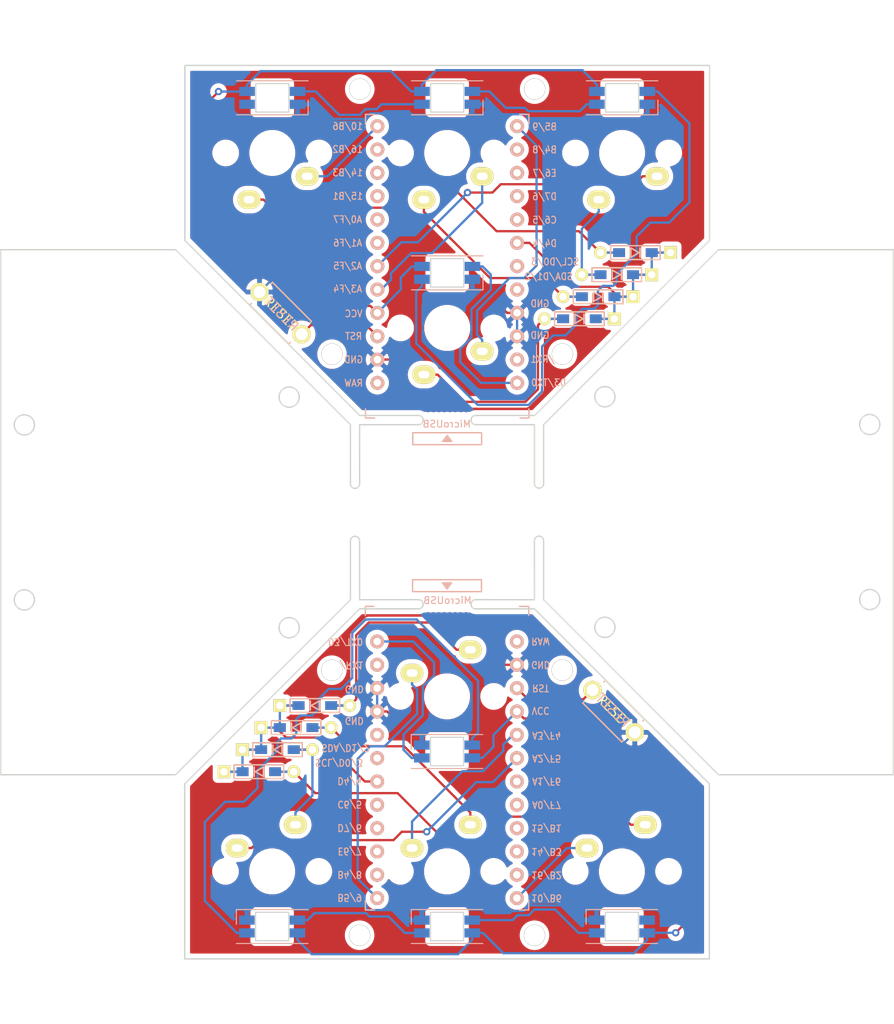
<source format=kicad_pcb>
(kicad_pcb (version 20171130) (host pcbnew "(5.1.4)-1")
  (layers (0 F.Cu signal) (31 B.Cu signal) (34 B.Paste user) (35 F.Paste user) (36 B.SilkS user) (37 F.SilkS user) (38 B.Mask user) (39 F.Mask user) (44 Edge.Cuts user))
  (net 0 "")
  (net 1 "Net-(D1-Pad2)")
  (net 2 row0)
  (net 3 "Net-(D2-Pad2)")
  (net 4 "Net-(D3-Pad2)")
  (net 5 "Net-(D4-Pad2)")
  (net 6 "Net-(LED1-Pad2)")
  (net 7 VCC)
  (net 8 GND)
  (net 9 LED)
  (net 10 "Net-(LED2-Pad2)")
  (net 11 "Net-(LED3-Pad2)")
  (net 12 "Net-(LED4-Pad2)")
  (net 13 col0)
  (net 14 col1)
  (net 15 col2)
  (net 16 col3)
  (net 17 reset)
  (net 18 "Net-(U1-Pad2)")
  (net 19 "Net-(U1-Pad5)")
  (net 20 "Net-(U1-Pad6)")
  (net 21 "Net-(U1-Pad8)")
  (net 22 "Net-(U1-Pad9)")
  (net 23 "Net-(U1-Pad10)")
  (net 24 "Net-(U1-Pad11)")
  (net 25 "Net-(U1-Pad14)")
  (net 26 "Net-(U1-Pad15)")
  (net 27 "Net-(U1-Pad16)")
  (net 28 "Net-(U1-Pad17)")
  (net 29 "Net-(U1-Pad18)")
  (net 30 "Net-(U1-Pad24)")
  (module MountingHole:MountingHole_2.2mm_M2 (layer F.Cu) (at 109.545 33.9 180)
    (fp_text reference REF** hide)
    (fp_text value MountingHole_2.2mm_M2)
    (pad 1 np_thru_hole circle (at 0 0 180) (size 2.2 2.2) (drill 2.2) (layers *.Cu *.Mask))
  )
  (module MountingHole:MountingHole_2.2mm_M2 (layer F.Cu) (at 87.47 62.75 180)
    (fp_text reference REF** hide)
    (fp_text value MountingHole_2.2mm_M2)
    (pad 1 np_thru_hole circle (at 0 0 180) (size 2.2 2.2) (drill 2.2) (layers *.Cu *.Mask))
  )
  (module MountingHole:MountingHole_2.2mm_M2 (layer F.Cu) (at 112.57 62.75 180)
    (fp_text reference REF** hide)
    (fp_text value MountingHole_2.2mm_M2)
    (pad 1 np_thru_hole circle (at 0 0 180) (size 2.2 2.2) (drill 2.2) (layers *.Cu *.Mask))
  )
  (module MountingHole:MountingHole_2.2mm_M2 (layer F.Cu) (at 90.495 33.9 180)
    (fp_text reference REF** hide)
    (fp_text value MountingHole_2.2mm_M2)
    (pad 1 np_thru_hole circle (at 0 0 180) (size 2.2 2.2) (drill 2.2) (layers *.Cu *.Mask))
  )
  (module kbd:D3_TH_SMD (layer F.Cu) (at 118.49 54.1 180)
    (fp_text reference D3 hide)
    (fp_text value D hide)
    (pad 1 smd rect (at -1.775 0 180) (size 1.3 0.95) (layers F.Cu F.Paste F.Mask))
    (pad 2 smd rect (at 1.775 0 180) (size 1.3 0.95) (layers B.Cu B.Paste B.Mask))
    (pad 1 smd rect (at -1.775 0 180) (size 1.3 0.95) (layers B.Cu B.Paste B.Mask))
    (pad 1 thru_hole rect (at -3.81 0 180) (size 1.397 1.397) (drill 0.8128) (layers *.Cu *.Mask F.SilkS))
    (pad 2 thru_hole circle (at 3.81 0 180) (size 1.397 1.397) (drill 0.8128) (layers *.Cu *.Mask F.SilkS))
    (pad 2 smd rect (at 1.775 0 180) (size 1.3 0.95) (layers F.Cu F.Paste F.Mask))
  )
  (module kbd:D3_TH_SMD (layer F.Cu) (at 116.46 56.5 180)
    (fp_text reference D2 hide)
    (fp_text value D hide)
    (pad 2 smd rect (at 1.775 0 180) (size 1.3 0.95) (layers F.Cu F.Paste F.Mask))
    (pad 2 thru_hole circle (at 3.81 0 180) (size 1.397 1.397) (drill 0.8128) (layers *.Cu *.Mask F.SilkS))
    (pad 1 thru_hole rect (at -3.81 0 180) (size 1.397 1.397) (drill 0.8128) (layers *.Cu *.Mask F.SilkS))
    (pad 1 smd rect (at -1.775 0 180) (size 1.3 0.95) (layers B.Cu B.Paste B.Mask))
    (pad 2 smd rect (at 1.775 0 180) (size 1.3 0.95) (layers B.Cu B.Paste B.Mask))
    (pad 1 smd rect (at -1.775 0 180) (size 1.3 0.95) (layers F.Cu F.Paste F.Mask))
  )
  (module kbd:ProMicro_v3.5 (layer B.Cu) (at 100.02 51.4)
    (fp_text reference U1 hide)
    (fp_text value ProMicro hide)
    (fp_text user "" (at -1.2515 16.256) (layer F.SilkS))
    (fp_text user "" (at -0.545 17.4) (layer B.SilkS) (effects (justify mirror)))
    (fp_text user RAW (at -10.195 14.5 unlocked) (layer B.SilkS) (effects (font (size 0.75 0.67) (thickness 0.125)) (justify mirror)))
    (fp_text user GND (at -10.195 11.95 unlocked) (layer B.SilkS) (effects (font (size 0.75 0.67) (thickness 0.125)) (justify mirror)))
    (fp_text user RST (at -10.195 9.4 unlocked) (layer B.SilkS) (effects (font (size 0.75 0.67) (thickness 0.125)) (justify mirror)))
    (fp_text user VCC (at -10.195 6.95 unlocked) (layer B.SilkS) (effects (font (size 0.75 0.67) (thickness 0.125)) (justify mirror)))
    (fp_text user A3/F4 (at -10.845 4.25 unlocked) (layer B.SilkS) (effects (font (size 0.75 0.67) (thickness 0.125)) (justify mirror)))
    (fp_text user A2/F5 (at -10.845 1.75 unlocked) (layer B.SilkS) (effects (font (size 0.75 0.67) (thickness 0.125)) (justify mirror)))
    (fp_text user A1/F6 (at -10.845 -0.75 unlocked) (layer B.SilkS) (effects (font (size 0.75 0.67) (thickness 0.125)) (justify mirror)))
    (fp_text user A0/F7 (at -10.845 -3.3 unlocked) (layer B.SilkS) (effects (font (size 0.75 0.67) (thickness 0.125)) (justify mirror)))
    (fp_text user 15/B1 (at -10.845 -5.85 unlocked) (layer B.SilkS) (effects (font (size 0.75 0.67) (thickness 0.125)) (justify mirror)))
    (fp_text user 14/B3 (at -10.845 -8.4 unlocked) (layer B.SilkS) (effects (font (size 0.75 0.67) (thickness 0.125)) (justify mirror)))
    (fp_text user 10/B6 (at -10.845 -13.45 unlocked) (layer B.SilkS) (effects (font (size 0.75 0.67) (thickness 0.125)) (justify mirror)))
    (fp_text user 16/B2 (at -10.845 -10.95 unlocked) (layer B.SilkS) (effects (font (size 0.75 0.67) (thickness 0.125)) (justify mirror)))
    (fp_text user E6/7 (at 10.605 -8.35 unlocked) (layer B.SilkS) (effects (font (size 0.75 0.67) (thickness 0.125)) (justify mirror)))
    (fp_text user D7/6 (at 10.605 -5.8 unlocked) (layer B.SilkS) (effects (font (size 0.75 0.67) (thickness 0.125)) (justify mirror)))
    (fp_text user GND (at 10.105 9.3 unlocked) (layer B.SilkS) (effects (font (size 0.75 0.67) (thickness 0.125)) (justify mirror)))
    (fp_text user GND (at 10.105 5.85 unlocked) (layer B.SilkS) (effects (font (size 0.75 0.67) (thickness 0.125)) (justify mirror)))
    (fp_text user D3/TX0 (at 11.055 14.45 unlocked) (layer B.SilkS) (effects (font (size 0.75 0.67) (thickness 0.125)) (justify mirror)))
    (fp_text user D4/4 (at 10.605 -0.7 unlocked) (layer B.SilkS) (effects (font (size 0.75 0.67) (thickness 0.125)) (justify mirror)))
    (fp_text user SDA/D1/2 (at 11.055 2.9 unlocked) (layer B.SilkS) (effects (font (size 0.75 0.67) (thickness 0.125)) (justify mirror)))
    (fp_text user SCL/D0/3 (at 11.755 1.3 unlocked) (layer B.SilkS) (effects (font (size 0.75 0.67) (thickness 0.125)) (justify mirror)))
    (fp_text user C6/5 (at 10.605 -3.25 unlocked) (layer B.SilkS) (effects (font (size 0.75 0.67) (thickness 0.125)) (justify mirror)))
    (fp_text user B5/9 (at 10.605 -13.4 unlocked) (layer B.SilkS) (effects (font (size 0.75 0.67) (thickness 0.125)) (justify mirror)))
    (fp_text user D2/RX1 (at 11.055 11.9 unlocked) (layer B.SilkS) (effects (font (size 0.75 0.67) (thickness 0.125)) (justify mirror)))
    (fp_text user B4/8 (at 10.605 -10.9 unlocked) (layer B.SilkS) (effects (font (size 0.75 0.67) (thickness 0.125)) (justify mirror)))
    (fp_text user MicroUSB (at -0.05 18.95) (layer B.SilkS) (effects (font (size 0.75 0.75) (thickness 0.12)) (justify mirror)))
    (pad 24 thru_hole circle (at -7.6086 14.478) (size 1.524 1.524) (drill 0.8128) (layers *.Cu B.SilkS F.Mask))
    (pad 23 thru_hole circle (at -7.6086 11.938) (size 1.524 1.524) (drill 0.8128) (layers *.Cu B.SilkS F.Mask))
    (pad 22 thru_hole circle (at -7.6086 9.398) (size 1.524 1.524) (drill 0.8128) (layers *.Cu B.SilkS F.Mask))
    (pad 21 thru_hole circle (at -7.6086 6.858) (size 1.524 1.524) (drill 0.8128) (layers *.Cu B.SilkS F.Mask))
    (pad 20 thru_hole circle (at -7.6086 4.318) (size 1.524 1.524) (drill 0.8128) (layers *.Cu B.SilkS F.Mask))
    (pad 19 thru_hole circle (at -7.6086 1.778) (size 1.524 1.524) (drill 0.8128) (layers *.Cu B.SilkS F.Mask))
    (pad 18 thru_hole circle (at -7.6086 -0.762) (size 1.524 1.524) (drill 0.8128) (layers *.Cu B.SilkS F.Mask))
    (pad 17 thru_hole circle (at -7.6086 -3.302) (size 1.524 1.524) (drill 0.8128) (layers *.Cu B.SilkS F.Mask))
    (pad 16 thru_hole circle (at -7.6086 -5.842) (size 1.524 1.524) (drill 0.8128) (layers *.Cu B.SilkS F.Mask))
    (pad 15 thru_hole circle (at -7.6086 -8.382) (size 1.524 1.524) (drill 0.8128) (layers *.Cu B.SilkS F.Mask))
    (pad 14 thru_hole circle (at -7.6086 -10.922) (size 1.524 1.524) (drill 0.8128) (layers *.Cu B.SilkS F.Mask))
    (pad 13 thru_hole circle (at -7.6086 -13.462) (size 1.524 1.524) (drill 0.8128) (layers *.Cu B.SilkS F.Mask))
    (pad 12 thru_hole circle (at 7.6114 -13.462) (size 1.524 1.524) (drill 0.8128) (layers *.Cu B.SilkS F.Mask))
    (pad 11 thru_hole circle (at 7.6114 -10.922) (size 1.524 1.524) (drill 0.8128) (layers *.Cu B.SilkS F.Mask))
    (pad 10 thru_hole circle (at 7.6114 -8.382) (size 1.524 1.524) (drill 0.8128) (layers *.Cu B.SilkS F.Mask))
    (pad 9 thru_hole circle (at 7.6114 -5.842) (size 1.524 1.524) (drill 0.8128) (layers *.Cu B.SilkS F.Mask))
    (pad 8 thru_hole circle (at 7.6114 -3.302) (size 1.524 1.524) (drill 0.8128) (layers *.Cu B.SilkS F.Mask))
    (pad 7 thru_hole circle (at 7.6114 -0.762) (size 1.524 1.524) (drill 0.8128) (layers *.Cu B.SilkS F.Mask))
    (pad 6 thru_hole circle (at 7.6114 1.778) (size 1.524 1.524) (drill 0.8128) (layers *.Cu B.SilkS F.Mask))
    (pad 5 thru_hole circle (at 7.6114 4.318) (size 1.524 1.524) (drill 0.8128) (layers *.Cu B.SilkS F.Mask))
    (pad 4 thru_hole circle (at 7.6114 6.858) (size 1.524 1.524) (drill 0.8128) (layers *.Cu B.SilkS F.Mask))
    (pad 3 thru_hole circle (at 7.6114 9.398) (size 1.524 1.524) (drill 0.8128) (layers *.Cu B.SilkS F.Mask))
    (pad 2 thru_hole circle (at 7.6114 11.938) (size 1.524 1.524) (drill 0.8128) (layers *.Cu B.SilkS F.Mask))
    (pad 1 thru_hole circle (at 7.6114 14.478) (size 1.524 1.524) (drill 0.8128) (layers *.Cu B.SilkS F.Mask))
  )
  (module kbd:ResetSW (layer F.Cu) (at 81.87 58.29 315)
    (fp_text reference SW5 hide)
    (fp_text value SW_PUSH)
    (fp_text user RESET (at 0 0 135) (layer F.SilkS))
    (fp_text user RESET (at 0.127001 0 315) (layer B.SilkS) (effects (justify mirror)))
    (pad 2 thru_hole circle (at -3.25 0 315) (size 2 2) (drill 1.3) (layers *.Cu *.Mask F.SilkS))
    (pad 1 thru_hole circle (at 3.25 0 315) (size 2 2) (drill 1.3) (layers *.Cu *.Mask F.SilkS))
  )
  (module kbd:CherryMX_1u (layer F.Cu) (at 119.07 40.85 180)
    (fp_text reference SW3 hide)
    (fp_text value SW_PUSH hide)
    (pad 1 thru_hole oval (at -3.81 -2.54 180) (size 2.5 2) (drill oval 1.2 0.8) (layers *.Cu F.SilkS B.Mask))
    (pad 2 thru_hole oval (at 2.54 -5.08 180) (size 2.5 2) (drill oval 1.2 0.8) (layers *.Cu F.SilkS B.Mask))
    (pad "" np_thru_hole circle (at 5.08 0 270) (size 1.9 1.9) (drill 1.9) (layers *.Cu *.Mask))
    (pad "" np_thru_hole circle (at -5.08 0 270) (size 1.9 1.9) (drill 1.9) (layers *.Cu *.Mask))
    (pad "" np_thru_hole circle (at 0 0 270) (size 4 4) (drill 4) (layers *.Cu *.Mask))
  )
  (module kbd:D3_TH_SMD (layer F.Cu) (at 120.52 51.7 180)
    (fp_text reference D4 hide)
    (fp_text value D hide)
    (pad 2 smd rect (at 1.775 0 180) (size 1.3 0.95) (layers F.Cu F.Paste F.Mask))
    (pad 2 thru_hole circle (at 3.81 0 180) (size 1.397 1.397) (drill 0.8128) (layers *.Cu *.Mask F.SilkS))
    (pad 1 thru_hole rect (at -3.81 0 180) (size 1.397 1.397) (drill 0.8128) (layers *.Cu *.Mask F.SilkS))
    (pad 1 smd rect (at -1.775 0 180) (size 1.3 0.95) (layers B.Cu B.Paste B.Mask))
    (pad 2 smd rect (at 1.775 0 180) (size 1.3 0.95) (layers B.Cu B.Paste B.Mask))
    (pad 1 smd rect (at -1.775 0 180) (size 1.3 0.95) (layers F.Cu F.Paste F.Mask))
  )
  (module kbd:CherryMX_1u (layer F.Cu) (at 100.02 59.9 180)
    (fp_text reference SW1 hide)
    (fp_text value SW_PUSH hide)
    (pad "" np_thru_hole circle (at 0 0 270) (size 4 4) (drill 4) (layers *.Cu *.Mask))
    (pad "" np_thru_hole circle (at -5.08 0 270) (size 1.9 1.9) (drill 1.9) (layers *.Cu *.Mask))
    (pad "" np_thru_hole circle (at 5.08 0 270) (size 1.9 1.9) (drill 1.9) (layers *.Cu *.Mask))
    (pad 2 thru_hole oval (at 2.54 -5.08 180) (size 2.5 2) (drill oval 1.2 0.8) (layers *.Cu F.SilkS B.Mask))
    (pad 1 thru_hole oval (at -3.81 -2.54 180) (size 2.5 2) (drill oval 1.2 0.8) (layers *.Cu F.SilkS B.Mask))
  )
  (module kbd:CherryMX_1u (layer F.Cu) (at 80.97 40.85 180)
    (fp_text reference SW4 hide)
    (fp_text value SW_PUSH hide)
    (pad "" np_thru_hole circle (at 0 0 270) (size 4 4) (drill 4) (layers *.Cu *.Mask))
    (pad "" np_thru_hole circle (at -5.08 0 270) (size 1.9 1.9) (drill 1.9) (layers *.Cu *.Mask))
    (pad "" np_thru_hole circle (at 5.08 0 270) (size 1.9 1.9) (drill 1.9) (layers *.Cu *.Mask))
    (pad 2 thru_hole oval (at 2.54 -5.08 180) (size 2.5 2) (drill oval 1.2 0.8) (layers *.Cu F.SilkS B.Mask))
    (pad 1 thru_hole oval (at -3.81 -2.54 180) (size 2.5 2) (drill oval 1.2 0.8) (layers *.Cu F.SilkS B.Mask))
  )
  (module kbd:CherryMX_1u (layer F.Cu) (at 100.02 40.85 180)
    (fp_text reference SW2 hide)
    (fp_text value SW_PUSH hide)
    (pad 1 thru_hole oval (at -3.81 -2.54 180) (size 2.5 2) (drill oval 1.2 0.8) (layers *.Cu F.SilkS B.Mask))
    (pad 2 thru_hole oval (at 2.54 -5.08 180) (size 2.5 2) (drill oval 1.2 0.8) (layers *.Cu F.SilkS B.Mask))
    (pad "" np_thru_hole circle (at 5.08 0 270) (size 1.9 1.9) (drill 1.9) (layers *.Cu *.Mask))
    (pad "" np_thru_hole circle (at -5.08 0 270) (size 1.9 1.9) (drill 1.9) (layers *.Cu *.Mask))
    (pad "" np_thru_hole circle (at 0 0 270) (size 4 4) (drill 4) (layers *.Cu *.Mask))
  )
  (module kbd:YS-SK6812MINI-E (layer B.Cu) (at 80.97 34.85 180)
    (fp_text reference LED4 hide)
    (fp_text value YS-SK6812MINI-E)
    (fp_line (start 1.8 1.55) (end -1.8 1.55) (layer Edge.Cuts) (width 0.12))
    (fp_line (start 1.8 -1.55) (end 1.8 1.55) (layer Edge.Cuts) (width 0.12))
    (fp_line (start -1.8 -1.55) (end 1.8 -1.55) (layer Edge.Cuts) (width 0.12))
    (fp_line (start -1.8 1.55) (end -1.8 -1.55) (layer Edge.Cuts) (width 0.12))
    (pad 2 smd rect (at 2.75 -0.7 180) (size 1.7 1) (layers B.Cu B.Paste B.Mask))
    (pad 1 smd rect (at 2.75 0.7 180) (size 1.7 1) (layers B.Cu B.Paste B.Mask))
    (pad 3 smd rect (at -2.75 -0.7 180) (size 1.7 1) (layers B.Cu B.Paste B.Mask))
    (pad 4 smd rect (at -2.75 0.7 180) (size 1.7 1) (layers B.Cu B.Paste B.Mask))
  )
  (module kbd:D3_TH_SMD (layer F.Cu) (at 114.42 58.9 180)
    (fp_text reference D1 hide)
    (fp_text value D hide)
    (pad 2 smd rect (at 1.775 0 180) (size 1.3 0.95) (layers F.Cu F.Paste F.Mask))
    (pad 2 thru_hole circle (at 3.81 0 180) (size 1.397 1.397) (drill 0.8128) (layers *.Cu *.Mask F.SilkS))
    (pad 1 thru_hole rect (at -3.81 0 180) (size 1.397 1.397) (drill 0.8128) (layers *.Cu *.Mask F.SilkS))
    (pad 1 smd rect (at -1.775 0 180) (size 1.3 0.95) (layers B.Cu B.Paste B.Mask))
    (pad 2 smd rect (at 1.775 0 180) (size 1.3 0.95) (layers B.Cu B.Paste B.Mask))
    (pad 1 smd rect (at -1.775 0 180) (size 1.3 0.95) (layers F.Cu F.Paste F.Mask))
  )
  (module kbd:YS-SK6812MINI-E (layer B.Cu) (at 100.02 34.85 180)
    (fp_text reference LED3 hide)
    (fp_text value YS-SK6812MINI-E)
    (fp_line (start -1.8 1.55) (end -1.8 -1.55) (layer Edge.Cuts) (width 0.12))
    (fp_line (start -1.8 -1.55) (end 1.8 -1.55) (layer Edge.Cuts) (width 0.12))
    (fp_line (start 1.8 -1.55) (end 1.8 1.55) (layer Edge.Cuts) (width 0.12))
    (fp_line (start 1.8 1.55) (end -1.8 1.55) (layer Edge.Cuts) (width 0.12))
    (pad 4 smd rect (at -2.75 0.7 180) (size 1.7 1) (layers B.Cu B.Paste B.Mask))
    (pad 3 smd rect (at -2.75 -0.7 180) (size 1.7 1) (layers B.Cu B.Paste B.Mask))
    (pad 1 smd rect (at 2.75 0.7 180) (size 1.7 1) (layers B.Cu B.Paste B.Mask))
    (pad 2 smd rect (at 2.75 -0.7 180) (size 1.7 1) (layers B.Cu B.Paste B.Mask))
  )
  (module kbd:YS-SK6812MINI-E (layer B.Cu) (at 100.02 53.9 180)
    (fp_text reference LED1 hide)
    (fp_text value YS-SK6812MINI-E)
    (fp_line (start -1.8 1.55) (end -1.8 -1.55) (layer Edge.Cuts) (width 0.12))
    (fp_line (start -1.8 -1.55) (end 1.8 -1.55) (layer Edge.Cuts) (width 0.12))
    (fp_line (start 1.8 -1.55) (end 1.8 1.55) (layer Edge.Cuts) (width 0.12))
    (fp_line (start 1.8 1.55) (end -1.8 1.55) (layer Edge.Cuts) (width 0.12))
    (pad 4 smd rect (at -2.75 0.7 180) (size 1.7 1) (layers B.Cu B.Paste B.Mask))
    (pad 3 smd rect (at -2.75 -0.7 180) (size 1.7 1) (layers B.Cu B.Paste B.Mask))
    (pad 1 smd rect (at 2.75 0.7 180) (size 1.7 1) (layers B.Cu B.Paste B.Mask))
    (pad 2 smd rect (at 2.75 -0.7 180) (size 1.7 1) (layers B.Cu B.Paste B.Mask))
  )
  (module kbd:YS-SK6812MINI-E (layer B.Cu) (at 119.07 34.85 180)
    (fp_text reference LED2 hide)
    (fp_text value YS-SK6812MINI-E)
    (fp_line (start 1.8 1.55) (end -1.8 1.55) (layer Edge.Cuts) (width 0.12))
    (fp_line (start 1.8 -1.55) (end 1.8 1.55) (layer Edge.Cuts) (width 0.12))
    (fp_line (start -1.8 -1.55) (end 1.8 -1.55) (layer Edge.Cuts) (width 0.12))
    (fp_line (start -1.8 1.55) (end -1.8 -1.55) (layer Edge.Cuts) (width 0.12))
    (pad 2 smd rect (at 2.75 -0.7 180) (size 1.7 1) (layers B.Cu B.Paste B.Mask))
    (pad 1 smd rect (at 2.75 0.7 180) (size 1.7 1) (layers B.Cu B.Paste B.Mask))
    (pad 3 smd rect (at -2.75 -0.7 180) (size 1.7 1) (layers B.Cu B.Paste B.Mask))
    (pad 4 smd rect (at -2.75 0.7 180) (size 1.7 1) (layers B.Cu B.Paste B.Mask))
  )
  (module kbd:Breakaway_Tabs (layer F.Cu) (at 100.02 69.675 180)
    (fp_text reference REF**)
    (fp_text value Breakaway_Tabs)
    (pad "" np_thru_hole circle (at 0 0 180) (size 0.3 0.3) (drill 0.3) (layers *.Cu *.Mask))
    (pad "" np_thru_hole circle (at 0.59375 0 180) (size 0.3 0.3) (drill 0.3) (layers *.Cu *.Mask))
    (pad "" np_thru_hole circle (at 1.1875 0 180) (size 0.3 0.3) (drill 0.3) (layers *.Cu *.Mask))
    (pad "" np_thru_hole circle (at 1.78125 0 180) (size 0.3 0.3) (drill 0.3) (layers *.Cu *.Mask))
    (pad "" np_thru_hole circle (at 2.375 0 180) (size 0.3 0.3) (drill 0.3) (layers *.Cu *.Mask))
    (pad "" np_thru_hole circle (at -1.78125 0 180) (size 0.3 0.3) (drill 0.3) (layers *.Cu *.Mask))
    (pad "" np_thru_hole circle (at -0.59375 0 180) (size 0.3 0.3) (drill 0.3) (layers *.Cu *.Mask))
    (pad "" np_thru_hole circle (at -2.375 0 180) (size 0.3 0.3) (drill 0.3) (layers *.Cu *.Mask))
    (pad "" np_thru_hole circle (at -1.1875 0 180) (size 0.3 0.3) (drill 0.3) (layers *.Cu *.Mask))
  )
  (module MountingHole:MountingHole_2.2mm_M2 (layer F.Cu) (at 109.525 126)
    (fp_text reference REF** hide)
    (fp_text value MountingHole_2.2mm_M2)
    (pad 1 np_thru_hole circle (at 0 0) (size 2.2 2.2) (drill 2.2) (layers *.Cu *.Mask))
  )
  (module MountingHole:MountingHole_2.2mm_M2 (layer F.Cu) (at 90.475 126)
    (fp_text reference REF** hide)
    (fp_text value MountingHole_2.2mm_M2)
    (pad 1 np_thru_hole circle (at 0 0) (size 2.2 2.2) (drill 2.2) (layers *.Cu *.Mask))
  )
  (module MountingHole:MountingHole_2.2mm_M2 (layer F.Cu) (at 112.55 97.15)
    (fp_text reference REF** hide)
    (fp_text value MountingHole_2.2mm_M2)
    (pad 1 np_thru_hole circle (at 0 0) (size 2.2 2.2) (drill 2.2) (layers *.Cu *.Mask))
  )
  (module MountingHole:MountingHole_2.2mm_M2 (layer F.Cu) (at 87.45 97.15)
    (fp_text reference REF** hide)
    (fp_text value MountingHole_2.2mm_M2)
    (pad 1 np_thru_hole circle (at 0 0) (size 2.2 2.2) (drill 2.2) (layers *.Cu *.Mask))
  )
  (module kbd:Breakaway_Tabs (layer F.Cu) (at 110.27 79.955 90)
    (fp_text reference REF**)
    (fp_text value Breakaway_Tabs)
    (pad "" np_thru_hole circle (at -1.1875 0 90) (size 0.3 0.3) (drill 0.3) (layers *.Cu *.Mask))
    (pad "" np_thru_hole circle (at -2.375 0 90) (size 0.3 0.3) (drill 0.3) (layers *.Cu *.Mask))
    (pad "" np_thru_hole circle (at -0.59375 0 90) (size 0.3 0.3) (drill 0.3) (layers *.Cu *.Mask))
    (pad "" np_thru_hole circle (at -1.78125 0 90) (size 0.3 0.3) (drill 0.3) (layers *.Cu *.Mask))
    (pad "" np_thru_hole circle (at 2.375 0 90) (size 0.3 0.3) (drill 0.3) (layers *.Cu *.Mask))
    (pad "" np_thru_hole circle (at 1.78125 0 90) (size 0.3 0.3) (drill 0.3) (layers *.Cu *.Mask))
    (pad "" np_thru_hole circle (at 1.1875 0 90) (size 0.3 0.3) (drill 0.3) (layers *.Cu *.Mask))
    (pad "" np_thru_hole circle (at 0.59375 0 90) (size 0.3 0.3) (drill 0.3) (layers *.Cu *.Mask))
    (pad "" np_thru_hole circle (at 0 0 90) (size 0.3 0.3) (drill 0.3) (layers *.Cu *.Mask))
  )
  (module kbd:Breakaway_Tabs (layer F.Cu) (at 89.73 79.955 270)
    (fp_text reference REF**)
    (fp_text value Breakaway_Tabs)
    (pad "" np_thru_hole circle (at 0 0 270) (size 0.3 0.3) (drill 0.3) (layers *.Cu *.Mask))
    (pad "" np_thru_hole circle (at 0.59375 0 270) (size 0.3 0.3) (drill 0.3) (layers *.Cu *.Mask))
    (pad "" np_thru_hole circle (at 1.1875 0 270) (size 0.3 0.3) (drill 0.3) (layers *.Cu *.Mask))
    (pad "" np_thru_hole circle (at 1.78125 0 270) (size 0.3 0.3) (drill 0.3) (layers *.Cu *.Mask))
    (pad "" np_thru_hole circle (at 2.375 0 270) (size 0.3 0.3) (drill 0.3) (layers *.Cu *.Mask))
    (pad "" np_thru_hole circle (at -1.78125 0 270) (size 0.3 0.3) (drill 0.3) (layers *.Cu *.Mask))
    (pad "" np_thru_hole circle (at -0.59375 0 270) (size 0.3 0.3) (drill 0.3) (layers *.Cu *.Mask))
    (pad "" np_thru_hole circle (at -2.375 0 270) (size 0.3 0.3) (drill 0.3) (layers *.Cu *.Mask))
    (pad "" np_thru_hole circle (at -1.1875 0 270) (size 0.3 0.3) (drill 0.3) (layers *.Cu *.Mask))
  )
  (module kbd:Breakaway_Tabs (layer F.Cu) (at 100.02 69.675 180)
    (fp_text reference REF**)
    (fp_text value Breakaway_Tabs)
    (pad "" np_thru_hole circle (at 0 0 180) (size 0.3 0.3) (drill 0.3) (layers *.Cu *.Mask))
    (pad "" np_thru_hole circle (at 0.59375 0 180) (size 0.3 0.3) (drill 0.3) (layers *.Cu *.Mask))
    (pad "" np_thru_hole circle (at 1.1875 0 180) (size 0.3 0.3) (drill 0.3) (layers *.Cu *.Mask))
    (pad "" np_thru_hole circle (at 1.78125 0 180) (size 0.3 0.3) (drill 0.3) (layers *.Cu *.Mask))
    (pad "" np_thru_hole circle (at 2.375 0 180) (size 0.3 0.3) (drill 0.3) (layers *.Cu *.Mask))
    (pad "" np_thru_hole circle (at -1.78125 0 180) (size 0.3 0.3) (drill 0.3) (layers *.Cu *.Mask))
    (pad "" np_thru_hole circle (at -0.59375 0 180) (size 0.3 0.3) (drill 0.3) (layers *.Cu *.Mask))
    (pad "" np_thru_hole circle (at -2.375 0 180) (size 0.3 0.3) (drill 0.3) (layers *.Cu *.Mask))
    (pad "" np_thru_hole circle (at -1.1875 0 180) (size 0.3 0.3) (drill 0.3) (layers *.Cu *.Mask))
  )
  (module kbd:Breakaway_Tabs (layer F.Cu) (at 100 90.225)
    (fp_text reference REF**)
    (fp_text value Breakaway_Tabs)
    (pad "" np_thru_hole circle (at -1.1875 0) (size 0.3 0.3) (drill 0.3) (layers *.Cu *.Mask))
    (pad "" np_thru_hole circle (at -2.375 0) (size 0.3 0.3) (drill 0.3) (layers *.Cu *.Mask))
    (pad "" np_thru_hole circle (at -0.59375 0) (size 0.3 0.3) (drill 0.3) (layers *.Cu *.Mask))
    (pad "" np_thru_hole circle (at -1.78125 0) (size 0.3 0.3) (drill 0.3) (layers *.Cu *.Mask))
    (pad "" np_thru_hole circle (at 2.375 0) (size 0.3 0.3) (drill 0.3) (layers *.Cu *.Mask))
    (pad "" np_thru_hole circle (at 1.78125 0) (size 0.3 0.3) (drill 0.3) (layers *.Cu *.Mask))
    (pad "" np_thru_hole circle (at 1.1875 0) (size 0.3 0.3) (drill 0.3) (layers *.Cu *.Mask))
    (pad "" np_thru_hole circle (at 0.59375 0) (size 0.3 0.3) (drill 0.3) (layers *.Cu *.Mask))
    (pad "" np_thru_hole circle (at 0 0) (size 0.3 0.3) (drill 0.3) (layers *.Cu *.Mask))
  )
  (module kbd:D3_TH_SMD (layer F.Cu) (at 85.6 101)
    (fp_text reference D1 hide)
    (fp_text value D hide)
    (pad 1 smd rect (at -1.775 0) (size 1.3 0.95) (layers F.Cu F.Paste F.Mask) (net 2 row0))
    (pad 2 smd rect (at 1.775 0) (size 1.3 0.95) (layers B.Cu B.Paste B.Mask) (net 1 "Net-(D1-Pad2)"))
    (pad 1 smd rect (at -1.775 0) (size 1.3 0.95) (layers B.Cu B.Paste B.Mask) (net 2 row0))
    (pad 1 thru_hole rect (at -3.81 0) (size 1.397 1.397) (drill 0.8128) (layers *.Cu *.Mask F.SilkS) (net 2 row0))
    (pad 2 thru_hole circle (at 3.81 0) (size 1.397 1.397) (drill 0.8128) (layers *.Cu *.Mask F.SilkS) (net 1 "Net-(D1-Pad2)"))
    (pad 2 smd rect (at 1.775 0) (size 1.3 0.95) (layers F.Cu F.Paste F.Mask) (net 1 "Net-(D1-Pad2)"))
  )
  (module kbd:D3_TH_SMD (layer F.Cu) (at 83.56 103.4)
    (fp_text reference D2 hide)
    (fp_text value D hide)
    (pad 1 smd rect (at -1.775 0) (size 1.3 0.95) (layers F.Cu F.Paste F.Mask) (net 2 row0))
    (pad 2 smd rect (at 1.775 0) (size 1.3 0.95) (layers B.Cu B.Paste B.Mask) (net 3 "Net-(D2-Pad2)"))
    (pad 1 smd rect (at -1.775 0) (size 1.3 0.95) (layers B.Cu B.Paste B.Mask) (net 2 row0))
    (pad 1 thru_hole rect (at -3.81 0) (size 1.397 1.397) (drill 0.8128) (layers *.Cu *.Mask F.SilkS) (net 2 row0))
    (pad 2 thru_hole circle (at 3.81 0) (size 1.397 1.397) (drill 0.8128) (layers *.Cu *.Mask F.SilkS) (net 3 "Net-(D2-Pad2)"))
    (pad 2 smd rect (at 1.775 0) (size 1.3 0.95) (layers F.Cu F.Paste F.Mask) (net 3 "Net-(D2-Pad2)"))
  )
  (module kbd:D3_TH_SMD (layer F.Cu) (at 81.53 105.8)
    (fp_text reference D3 hide)
    (fp_text value D hide)
    (pad 2 smd rect (at 1.775 0) (size 1.3 0.95) (layers F.Cu F.Paste F.Mask) (net 4 "Net-(D3-Pad2)"))
    (pad 2 thru_hole circle (at 3.81 0) (size 1.397 1.397) (drill 0.8128) (layers *.Cu *.Mask F.SilkS) (net 4 "Net-(D3-Pad2)"))
    (pad 1 thru_hole rect (at -3.81 0) (size 1.397 1.397) (drill 0.8128) (layers *.Cu *.Mask F.SilkS) (net 2 row0))
    (pad 1 smd rect (at -1.775 0) (size 1.3 0.95) (layers B.Cu B.Paste B.Mask) (net 2 row0))
    (pad 2 smd rect (at 1.775 0) (size 1.3 0.95) (layers B.Cu B.Paste B.Mask) (net 4 "Net-(D3-Pad2)"))
    (pad 1 smd rect (at -1.775 0) (size 1.3 0.95) (layers F.Cu F.Paste F.Mask) (net 2 row0))
  )
  (module kbd:D3_TH_SMD (layer F.Cu) (at 79.5 108.2)
    (fp_text reference D4 hide)
    (fp_text value D hide)
    (pad 1 smd rect (at -1.775 0) (size 1.3 0.95) (layers F.Cu F.Paste F.Mask) (net 2 row0))
    (pad 2 smd rect (at 1.775 0) (size 1.3 0.95) (layers B.Cu B.Paste B.Mask) (net 5 "Net-(D4-Pad2)"))
    (pad 1 smd rect (at -1.775 0) (size 1.3 0.95) (layers B.Cu B.Paste B.Mask) (net 2 row0))
    (pad 1 thru_hole rect (at -3.81 0) (size 1.397 1.397) (drill 0.8128) (layers *.Cu *.Mask F.SilkS) (net 2 row0))
    (pad 2 thru_hole circle (at 3.81 0) (size 1.397 1.397) (drill 0.8128) (layers *.Cu *.Mask F.SilkS) (net 5 "Net-(D4-Pad2)"))
    (pad 2 smd rect (at 1.775 0) (size 1.3 0.95) (layers F.Cu F.Paste F.Mask) (net 5 "Net-(D4-Pad2)"))
  )
  (module kbd:YS-SK6812MINI-E (layer B.Cu) (at 100 106)
    (fp_text reference LED1 hide)
    (fp_text value YS-SK6812MINI-E)
    (fp_line (start 1.8 1.55) (end -1.8 1.55) (layer Edge.Cuts) (width 0.12))
    (fp_line (start 1.8 -1.55) (end 1.8 1.55) (layer Edge.Cuts) (width 0.12))
    (fp_line (start -1.8 -1.55) (end 1.8 -1.55) (layer Edge.Cuts) (width 0.12))
    (fp_line (start -1.8 1.55) (end -1.8 -1.55) (layer Edge.Cuts) (width 0.12))
    (pad 2 smd rect (at 2.75 -0.7) (size 1.7 1) (layers B.Cu B.Paste B.Mask) (net 6 "Net-(LED1-Pad2)"))
    (pad 1 smd rect (at 2.75 0.7) (size 1.7 1) (layers B.Cu B.Paste B.Mask) (net 7 VCC))
    (pad 3 smd rect (at -2.75 -0.7) (size 1.7 1) (layers B.Cu B.Paste B.Mask) (net 8 GND))
    (pad 4 smd rect (at -2.75 0.7) (size 1.7 1) (layers B.Cu B.Paste B.Mask) (net 9 LED))
  )
  (module kbd:YS-SK6812MINI-E (layer B.Cu) (at 80.95 125.05)
    (fp_text reference LED2 hide)
    (fp_text value YS-SK6812MINI-E)
    (fp_line (start -1.8 1.55) (end -1.8 -1.55) (layer Edge.Cuts) (width 0.12))
    (fp_line (start -1.8 -1.55) (end 1.8 -1.55) (layer Edge.Cuts) (width 0.12))
    (fp_line (start 1.8 -1.55) (end 1.8 1.55) (layer Edge.Cuts) (width 0.12))
    (fp_line (start 1.8 1.55) (end -1.8 1.55) (layer Edge.Cuts) (width 0.12))
    (pad 4 smd rect (at -2.75 0.7) (size 1.7 1) (layers B.Cu B.Paste B.Mask) (net 6 "Net-(LED1-Pad2)"))
    (pad 3 smd rect (at -2.75 -0.7) (size 1.7 1) (layers B.Cu B.Paste B.Mask) (net 8 GND))
    (pad 1 smd rect (at 2.75 0.7) (size 1.7 1) (layers B.Cu B.Paste B.Mask) (net 7 VCC))
    (pad 2 smd rect (at 2.75 -0.7) (size 1.7 1) (layers B.Cu B.Paste B.Mask) (net 10 "Net-(LED2-Pad2)"))
  )
  (module kbd:YS-SK6812MINI-E (layer B.Cu) (at 100 125.05)
    (fp_text reference LED3 hide)
    (fp_text value YS-SK6812MINI-E)
    (fp_line (start 1.8 1.55) (end -1.8 1.55) (layer Edge.Cuts) (width 0.12))
    (fp_line (start 1.8 -1.55) (end 1.8 1.55) (layer Edge.Cuts) (width 0.12))
    (fp_line (start -1.8 -1.55) (end 1.8 -1.55) (layer Edge.Cuts) (width 0.12))
    (fp_line (start -1.8 1.55) (end -1.8 -1.55) (layer Edge.Cuts) (width 0.12))
    (pad 2 smd rect (at 2.75 -0.7) (size 1.7 1) (layers B.Cu B.Paste B.Mask) (net 11 "Net-(LED3-Pad2)"))
    (pad 1 smd rect (at 2.75 0.7) (size 1.7 1) (layers B.Cu B.Paste B.Mask) (net 7 VCC))
    (pad 3 smd rect (at -2.75 -0.7) (size 1.7 1) (layers B.Cu B.Paste B.Mask) (net 8 GND))
    (pad 4 smd rect (at -2.75 0.7) (size 1.7 1) (layers B.Cu B.Paste B.Mask) (net 10 "Net-(LED2-Pad2)"))
  )
  (module kbd:YS-SK6812MINI-E (layer B.Cu) (at 119.05 125.05)
    (fp_text reference LED4 hide)
    (fp_text value YS-SK6812MINI-E)
    (fp_line (start -1.8 1.55) (end -1.8 -1.55) (layer Edge.Cuts) (width 0.12))
    (fp_line (start -1.8 -1.55) (end 1.8 -1.55) (layer Edge.Cuts) (width 0.12))
    (fp_line (start 1.8 -1.55) (end 1.8 1.55) (layer Edge.Cuts) (width 0.12))
    (fp_line (start 1.8 1.55) (end -1.8 1.55) (layer Edge.Cuts) (width 0.12))
    (pad 4 smd rect (at -2.75 0.7) (size 1.7 1) (layers B.Cu B.Paste B.Mask) (net 11 "Net-(LED3-Pad2)"))
    (pad 3 smd rect (at -2.75 -0.7) (size 1.7 1) (layers B.Cu B.Paste B.Mask) (net 8 GND))
    (pad 1 smd rect (at 2.75 0.7) (size 1.7 1) (layers B.Cu B.Paste B.Mask) (net 7 VCC))
    (pad 2 smd rect (at 2.75 -0.7) (size 1.7 1) (layers B.Cu B.Paste B.Mask) (net 12 "Net-(LED4-Pad2)"))
  )
  (module kbd:CherryMX_1u (layer F.Cu) (at 100 100)
    (fp_text reference SW1 hide)
    (fp_text value SW_PUSH hide)
    (pad 1 thru_hole oval (at -3.81 -2.54) (size 2.5 2) (drill oval 1.2 0.8) (layers *.Cu F.SilkS B.Mask) (net 13 col0))
    (pad 2 thru_hole oval (at 2.54 -5.08) (size 2.5 2) (drill oval 1.2 0.8) (layers *.Cu F.SilkS B.Mask) (net 1 "Net-(D1-Pad2)"))
    (pad "" np_thru_hole circle (at 5.08 0 90) (size 1.9 1.9) (drill 1.9) (layers *.Cu *.Mask))
    (pad "" np_thru_hole circle (at -5.08 0 90) (size 1.9 1.9) (drill 1.9) (layers *.Cu *.Mask))
    (pad "" np_thru_hole circle (at 0 0 90) (size 4 4) (drill 4) (layers *.Cu *.Mask))
  )
  (module kbd:CherryMX_1u (layer F.Cu) (at 100 119.05)
    (fp_text reference SW2 hide)
    (fp_text value SW_PUSH hide)
    (pad "" np_thru_hole circle (at 0 0 90) (size 4 4) (drill 4) (layers *.Cu *.Mask))
    (pad "" np_thru_hole circle (at -5.08 0 90) (size 1.9 1.9) (drill 1.9) (layers *.Cu *.Mask))
    (pad "" np_thru_hole circle (at 5.08 0 90) (size 1.9 1.9) (drill 1.9) (layers *.Cu *.Mask))
    (pad 2 thru_hole oval (at 2.54 -5.08) (size 2.5 2) (drill oval 1.2 0.8) (layers *.Cu F.SilkS B.Mask) (net 3 "Net-(D2-Pad2)"))
    (pad 1 thru_hole oval (at -3.81 -2.54) (size 2.5 2) (drill oval 1.2 0.8) (layers *.Cu F.SilkS B.Mask) (net 14 col1))
  )
  (module kbd:CherryMX_1u (layer F.Cu) (at 80.95 119.05)
    (fp_text reference SW3 hide)
    (fp_text value SW_PUSH hide)
    (pad "" np_thru_hole circle (at 0 0 90) (size 4 4) (drill 4) (layers *.Cu *.Mask))
    (pad "" np_thru_hole circle (at -5.08 0 90) (size 1.9 1.9) (drill 1.9) (layers *.Cu *.Mask))
    (pad "" np_thru_hole circle (at 5.08 0 90) (size 1.9 1.9) (drill 1.9) (layers *.Cu *.Mask))
    (pad 2 thru_hole oval (at 2.54 -5.08) (size 2.5 2) (drill oval 1.2 0.8) (layers *.Cu F.SilkS B.Mask) (net 4 "Net-(D3-Pad2)"))
    (pad 1 thru_hole oval (at -3.81 -2.54) (size 2.5 2) (drill oval 1.2 0.8) (layers *.Cu F.SilkS B.Mask) (net 15 col2))
  )
  (module kbd:CherryMX_1u (layer F.Cu) (at 119.05 119.05)
    (fp_text reference SW4 hide)
    (fp_text value SW_PUSH hide)
    (pad 1 thru_hole oval (at -3.81 -2.54) (size 2.5 2) (drill oval 1.2 0.8) (layers *.Cu F.SilkS B.Mask) (net 16 col3))
    (pad 2 thru_hole oval (at 2.54 -5.08) (size 2.5 2) (drill oval 1.2 0.8) (layers *.Cu F.SilkS B.Mask) (net 5 "Net-(D4-Pad2)"))
    (pad "" np_thru_hole circle (at 5.08 0 90) (size 1.9 1.9) (drill 1.9) (layers *.Cu *.Mask))
    (pad "" np_thru_hole circle (at -5.08 0 90) (size 1.9 1.9) (drill 1.9) (layers *.Cu *.Mask))
    (pad "" np_thru_hole circle (at 0 0 90) (size 4 4) (drill 4) (layers *.Cu *.Mask))
  )
  (module kbd:ResetSW (layer F.Cu) (at 118.15 101.61 135)
    (fp_text reference SW5 hide)
    (fp_text value SW_PUSH)
    (fp_text user RESET (at 0.127001 0 315) (layer B.SilkS) (effects (justify mirror)))
    (fp_text user RESET (at 0 0 135) (layer F.SilkS))
    (pad 1 thru_hole circle (at 3.25 0 135) (size 2 2) (drill 1.3) (layers *.Cu *.Mask F.SilkS) (net 17 reset))
    (pad 2 thru_hole circle (at -3.25 0 135) (size 2 2) (drill 1.3) (layers *.Cu *.Mask F.SilkS) (net 8 GND))
  )
  (module kbd:ProMicro_v3.5 (layer B.Cu) (at 100 108.5 180)
    (fp_text reference U1 hide)
    (fp_text value ProMicro hide)
    (fp_text user MicroUSB (at -0.05 18.95) (layer B.SilkS) (effects (font (size 0.75 0.75) (thickness 0.12)) (justify mirror)))
    (fp_text user B4/8 (at 10.605 -10.9 180 unlocked) (layer B.SilkS) (effects (font (size 0.75 0.67) (thickness 0.125)) (justify mirror)))
    (fp_text user D2/RX1 (at 11.055 11.9 180 unlocked) (layer B.SilkS) (effects (font (size 0.75 0.67) (thickness 0.125)) (justify mirror)))
    (fp_text user B5/9 (at 10.605 -13.4 180 unlocked) (layer B.SilkS) (effects (font (size 0.75 0.67) (thickness 0.125)) (justify mirror)))
    (fp_text user C6/5 (at 10.605 -3.25 180 unlocked) (layer B.SilkS) (effects (font (size 0.75 0.67) (thickness 0.125)) (justify mirror)))
    (fp_text user SCL/D0/3 (at 11.755 1.3 180 unlocked) (layer B.SilkS) (effects (font (size 0.75 0.67) (thickness 0.125)) (justify mirror)))
    (fp_text user SDA/D1/2 (at 11.055 2.9 180 unlocked) (layer B.SilkS) (effects (font (size 0.75 0.67) (thickness 0.125)) (justify mirror)))
    (fp_text user D4/4 (at 10.605 -0.7 180 unlocked) (layer B.SilkS) (effects (font (size 0.75 0.67) (thickness 0.125)) (justify mirror)))
    (fp_text user D3/TX0 (at 11.055 14.45 180 unlocked) (layer B.SilkS) (effects (font (size 0.75 0.67) (thickness 0.125)) (justify mirror)))
    (fp_text user GND (at 10.105 5.85 180 unlocked) (layer B.SilkS) (effects (font (size 0.75 0.67) (thickness 0.125)) (justify mirror)))
    (fp_text user GND (at 10.105 9.3 180 unlocked) (layer B.SilkS) (effects (font (size 0.75 0.67) (thickness 0.125)) (justify mirror)))
    (fp_text user D7/6 (at 10.605 -5.8 180 unlocked) (layer B.SilkS) (effects (font (size 0.75 0.67) (thickness 0.125)) (justify mirror)))
    (fp_text user E6/7 (at 10.605 -8.35 180 unlocked) (layer B.SilkS) (effects (font (size 0.75 0.67) (thickness 0.125)) (justify mirror)))
    (fp_text user 16/B2 (at -10.845 -10.95 180 unlocked) (layer B.SilkS) (effects (font (size 0.75 0.67) (thickness 0.125)) (justify mirror)))
    (fp_text user 10/B6 (at -10.845 -13.45 180 unlocked) (layer B.SilkS) (effects (font (size 0.75 0.67) (thickness 0.125)) (justify mirror)))
    (fp_text user 14/B3 (at -10.845 -8.4 180 unlocked) (layer B.SilkS) (effects (font (size 0.75 0.67) (thickness 0.125)) (justify mirror)))
    (fp_text user 15/B1 (at -10.845 -5.85 180 unlocked) (layer B.SilkS) (effects (font (size 0.75 0.67) (thickness 0.125)) (justify mirror)))
    (fp_text user A0/F7 (at -10.845 -3.3 180 unlocked) (layer B.SilkS) (effects (font (size 0.75 0.67) (thickness 0.125)) (justify mirror)))
    (fp_text user A1/F6 (at -10.845 -0.75 180 unlocked) (layer B.SilkS) (effects (font (size 0.75 0.67) (thickness 0.125)) (justify mirror)))
    (fp_text user A2/F5 (at -10.845 1.75 180 unlocked) (layer B.SilkS) (effects (font (size 0.75 0.67) (thickness 0.125)) (justify mirror)))
    (fp_text user A3/F4 (at -10.845 4.25 180 unlocked) (layer B.SilkS) (effects (font (size 0.75 0.67) (thickness 0.125)) (justify mirror)))
    (fp_text user VCC (at -10.195 6.95 180 unlocked) (layer B.SilkS) (effects (font (size 0.75 0.67) (thickness 0.125)) (justify mirror)))
    (fp_text user RST (at -10.195 9.4 180 unlocked) (layer B.SilkS) (effects (font (size 0.75 0.67) (thickness 0.125)) (justify mirror)))
    (fp_text user GND (at -10.195 11.95 180 unlocked) (layer B.SilkS) (effects (font (size 0.75 0.67) (thickness 0.125)) (justify mirror)))
    (fp_text user RAW (at -10.195 14.5 180 unlocked) (layer B.SilkS) (effects (font (size 0.75 0.67) (thickness 0.125)) (justify mirror)))
    (fp_text user "" (at -0.545 17.4) (layer B.SilkS) (effects (justify mirror)))
    (fp_text user "" (at -1.2515 16.256) (layer F.SilkS))
    (pad 1 thru_hole circle (at 7.6114 14.478 180) (size 1.524 1.524) (drill 0.8128) (layers *.Cu B.SilkS F.Mask) (net 9 LED))
    (pad 2 thru_hole circle (at 7.6114 11.938 180) (size 1.524 1.524) (drill 0.8128) (layers *.Cu B.SilkS F.Mask) (net 18 "Net-(U1-Pad2)"))
    (pad 3 thru_hole circle (at 7.6114 9.398 180) (size 1.524 1.524) (drill 0.8128) (layers *.Cu B.SilkS F.Mask) (net 8 GND))
    (pad 4 thru_hole circle (at 7.6114 6.858 180) (size 1.524 1.524) (drill 0.8128) (layers *.Cu B.SilkS F.Mask) (net 8 GND))
    (pad 5 thru_hole circle (at 7.6114 4.318 180) (size 1.524 1.524) (drill 0.8128) (layers *.Cu B.SilkS F.Mask) (net 19 "Net-(U1-Pad5)"))
    (pad 6 thru_hole circle (at 7.6114 1.778 180) (size 1.524 1.524) (drill 0.8128) (layers *.Cu B.SilkS F.Mask) (net 20 "Net-(U1-Pad6)"))
    (pad 7 thru_hole circle (at 7.6114 -0.762 180) (size 1.524 1.524) (drill 0.8128) (layers *.Cu B.SilkS F.Mask) (net 2 row0))
    (pad 8 thru_hole circle (at 7.6114 -3.302 180) (size 1.524 1.524) (drill 0.8128) (layers *.Cu B.SilkS F.Mask) (net 21 "Net-(U1-Pad8)"))
    (pad 9 thru_hole circle (at 7.6114 -5.842 180) (size 1.524 1.524) (drill 0.8128) (layers *.Cu B.SilkS F.Mask) (net 22 "Net-(U1-Pad9)"))
    (pad 10 thru_hole circle (at 7.6114 -8.382 180) (size 1.524 1.524) (drill 0.8128) (layers *.Cu B.SilkS F.Mask) (net 23 "Net-(U1-Pad10)"))
    (pad 11 thru_hole circle (at 7.6114 -10.922 180) (size 1.524 1.524) (drill 0.8128) (layers *.Cu B.SilkS F.Mask) (net 24 "Net-(U1-Pad11)"))
    (pad 12 thru_hole circle (at 7.6114 -13.462 180) (size 1.524 1.524) (drill 0.8128) (layers *.Cu B.SilkS F.Mask) (net 13 col0))
    (pad 13 thru_hole circle (at -7.6086 -13.462 180) (size 1.524 1.524) (drill 0.8128) (layers *.Cu B.SilkS F.Mask) (net 16 col3))
    (pad 14 thru_hole circle (at -7.6086 -10.922 180) (size 1.524 1.524) (drill 0.8128) (layers *.Cu B.SilkS F.Mask) (net 25 "Net-(U1-Pad14)"))
    (pad 15 thru_hole circle (at -7.6086 -8.382 180) (size 1.524 1.524) (drill 0.8128) (layers *.Cu B.SilkS F.Mask) (net 26 "Net-(U1-Pad15)"))
    (pad 16 thru_hole circle (at -7.6086 -5.842 180) (size 1.524 1.524) (drill 0.8128) (layers *.Cu B.SilkS F.Mask) (net 27 "Net-(U1-Pad16)"))
    (pad 17 thru_hole circle (at -7.6086 -3.302 180) (size 1.524 1.524) (drill 0.8128) (layers *.Cu B.SilkS F.Mask) (net 28 "Net-(U1-Pad17)"))
    (pad 18 thru_hole circle (at -7.6086 -0.762 180) (size 1.524 1.524) (drill 0.8128) (layers *.Cu B.SilkS F.Mask) (net 29 "Net-(U1-Pad18)"))
    (pad 19 thru_hole circle (at -7.6086 1.778 180) (size 1.524 1.524) (drill 0.8128) (layers *.Cu B.SilkS F.Mask) (net 15 col2))
    (pad 20 thru_hole circle (at -7.6086 4.318 180) (size 1.524 1.524) (drill 0.8128) (layers *.Cu B.SilkS F.Mask) (net 14 col1))
    (pad 21 thru_hole circle (at -7.6086 6.858 180) (size 1.524 1.524) (drill 0.8128) (layers *.Cu B.SilkS F.Mask) (net 7 VCC))
    (pad 22 thru_hole circle (at -7.6086 9.398 180) (size 1.524 1.524) (drill 0.8128) (layers *.Cu B.SilkS F.Mask) (net 17 reset))
    (pad 23 thru_hole circle (at -7.6086 11.938 180) (size 1.524 1.524) (drill 0.8128) (layers *.Cu B.SilkS F.Mask) (net 8 GND))
    (pad 24 thru_hole circle (at -7.6086 14.478 180) (size 1.524 1.524) (drill 0.8128) (layers *.Cu B.SilkS F.Mask) (net 30 "Net-(U1-Pad24)"))
  )
  (gr_arc (start 103.12 69.925) (end 103.12 69.425) (angle -180) (layer Edge.Cuts) (width 0.15))
  (gr_line (start 71.445 50.375) (end 90.495 69.425) (layer Edge.Cuts) (width 0.15))
  (gr_line (start 71.445 50.375) (end 71.445 31.325) (layer Edge.Cuts) (width 0.15))
  (gr_line (start 128.595 50.375) (end 109.545 69.425) (layer Edge.Cuts) (width 0.15))
  (gr_line (start 128.595 31.325) (end 71.445 31.325) (layer Edge.Cuts) (width 0.15))
  (gr_line (start 128.595 31.325) (end 128.595 50.375) (layer Edge.Cuts) (width 0.15))
  (gr_line (start 96.9 69.425) (end 90.495 69.425) (layer Edge.Cuts) (width 0.15))
  (gr_line (start 109.545 69.425) (end 103.12 69.425) (layer Edge.Cuts) (width 0.15))
  (gr_circle (center 112.57 62.75) (end 111.47 62.75) (layer Edge.Cuts) (width 0.15))
  (gr_circle (center 87.47 62.75) (end 86.37 62.75) (layer Edge.Cuts) (width 0.15))
  (gr_circle (center 90.495 33.9) (end 89.395 33.9) (layer Edge.Cuts) (width 0.15))
  (gr_circle (center 109.545 33.9) (end 108.445 33.9) (layer Edge.Cuts) (width 0.15))
  (gr_circle (center 53.955 70.45) (end 53.955 69.35) (layer Edge.Cuts) (width 0.15))
  (gr_circle (center 82.805 92.525) (end 82.805 91.425) (layer Edge.Cuts) (width 0.15))
  (gr_circle (center 53.955 89.5) (end 53.955 88.4) (layer Edge.Cuts) (width 0.15))
  (gr_circle (center 82.805 67.425) (end 82.805 66.325) (layer Edge.Cuts) (width 0.15))
  (gr_circle (center 117.195 67.385) (end 117.195 68.485) (layer Edge.Cuts) (width 0.15))
  (gr_circle (center 117.195 92.485) (end 117.195 93.585) (layer Edge.Cuts) (width 0.15))
  (gr_circle (center 146.045 89.46) (end 146.045 90.56) (layer Edge.Cuts) (width 0.15))
  (gr_circle (center 146.045 70.41) (end 146.045 71.51) (layer Edge.Cuts) (width 0.15))
  (gr_circle (center 109.525 126) (end 110.625 126) (layer Edge.Cuts) (width 0.15))
  (gr_circle (center 90.475 126) (end 91.575 126) (layer Edge.Cuts) (width 0.15))
  (gr_circle (center 112.55 97.15) (end 113.65 97.15) (layer Edge.Cuts) (width 0.15))
  (gr_circle (center 87.45 97.15) (end 88.55 97.15) (layer Edge.Cuts) (width 0.15))
  (gr_line (start 110.52 89.48) (end 110.52 83.055) (layer Edge.Cuts) (width 0.15))
  (gr_line (start 148.62 108.53) (end 148.62 51.38) (layer Edge.Cuts) (width 0.15))
  (gr_line (start 110.52 76.835) (end 110.52 70.43) (layer Edge.Cuts) (width 0.15))
  (gr_line (start 148.62 108.53) (end 129.57 108.53) (layer Edge.Cuts) (width 0.15))
  (gr_line (start 129.57 51.38) (end 110.52 70.43) (layer Edge.Cuts) (width 0.15))
  (gr_line (start 129.57 51.38) (end 148.62 51.38) (layer Edge.Cuts) (width 0.15))
  (gr_line (start 129.57 108.53) (end 110.52 89.48) (layer Edge.Cuts) (width 0.15))
  (gr_line (start 89.48 70.43) (end 89.48 76.855) (layer Edge.Cuts) (width 0.15))
  (gr_line (start 89.48 83.075) (end 89.48 89.48) (layer Edge.Cuts) (width 0.15))
  (gr_line (start 70.43 108.53) (end 51.38 108.53) (layer Edge.Cuts) (width 0.15))
  (gr_line (start 51.38 51.38) (end 70.43 51.38) (layer Edge.Cuts) (width 0.15))
  (gr_line (start 70.43 51.38) (end 89.48 70.43) (layer Edge.Cuts) (width 0.15))
  (gr_line (start 70.43 108.53) (end 89.48 89.48) (layer Edge.Cuts) (width 0.15))
  (gr_line (start 51.38 51.38) (end 51.38 108.53) (layer Edge.Cuts) (width 0.15))
  (gr_arc (start 110.025 76.835) (end 109.525 76.835) (angle -180) (layer Edge.Cuts) (width 0.15))
  (gr_arc (start 89.98 76.855) (end 89.48 76.855) (angle -180) (layer Edge.Cuts) (width 0.15))
  (gr_arc (start 110.02 83.055) (end 110.52 83.055) (angle -180) (layer Edge.Cuts) (width 0.15))
  (gr_arc (start 89.975 83.075) (end 90.475 83.075) (angle -180) (layer Edge.Cuts) (width 0.15))
  (gr_line (start 109.525 89.48) (end 109.52 83.055) (layer Edge.Cuts) (width 0.15))
  (gr_line (start 90.48 76.855) (end 90.475 70.43) (layer Edge.Cuts) (width 0.15))
  (gr_line (start 90.475 89.48) (end 90.475 83.075) (layer Edge.Cuts) (width 0.15))
  (gr_line (start 109.525 76.835) (end 109.525 70.43) (layer Edge.Cuts) (width 0.15))
  (gr_line (start 103.12 70.425) (end 109.525 70.43) (layer Edge.Cuts) (width 0.15))
  (gr_line (start 90.475 70.43) (end 96.9 70.425) (layer Edge.Cuts) (width 0.15))
  (gr_arc (start 96.9 69.925) (end 96.9 70.425) (angle -180) (layer Edge.Cuts) (width 0.15))
  (gr_line (start 90.475 90.475) (end 96.9 90.475) (layer Edge.Cuts) (width 0.15))
  (gr_line (start 103.12 89.475) (end 109.525 89.48) (layer Edge.Cuts) (width 0.15))
  (gr_line (start 90.475 89.48) (end 96.9 89.475) (layer Edge.Cuts) (width 0.15))
  (gr_arc (start 96.9 89.975) (end 96.9 90.475) (angle -180) (layer Edge.Cuts) (width 0.15))
  (gr_arc (start 103.12 89.975) (end 103.12 89.475) (angle -180) (layer Edge.Cuts) (width 0.15))
  (gr_line (start 71.425 109.525) (end 90.475 90.475) (layer Edge.Cuts) (width 0.15))
  (gr_line (start 103.12 90.475) (end 109.525 90.475) (layer Edge.Cuts) (width 0.15))
  (gr_line (start 128.575 109.525) (end 128.575 128.575) (layer Edge.Cuts) (width 0.15))
  (gr_line (start 128.575 109.525) (end 109.525 90.475) (layer Edge.Cuts) (width 0.15))
  (gr_line (start 71.425 128.575) (end 71.425 109.525) (layer Edge.Cuts) (width 0.15))
  (gr_line (start 71.425 128.575) (end 128.575 128.575) (layer Edge.Cuts) (width 0.15))
  (segment (start 84.6982 60.798) (end 84.5381 60.9581) (width 0.25) (layer F.Cu) (net 0))
  (segment (start 108.54 67.94) (end 101.94 67.94) (width 0.25) (layer F.Cu) (net 0))
  (segment (start 98.98 64.98) (end 97.48 64.98) (width 0.25) (layer F.Cu) (net 0))
  (segment (start 101.94 67.94) (end 98.98 64.98) (width 0.25) (layer F.Cu) (net 0))
  (segment (start 110.61 58.9) (end 112.645 58.9) (width 0.25) (layer B.Cu) (net 0))
  (segment (start 112.645 58.9) (end 111.6699 58.9) (width 0.25) (layer F.Cu) (net 0))
  (segment (start 110.61 58.9) (end 111.6699 58.9) (width 0.25) (layer F.Cu) (net 0))
  (segment (start 110.61 58.9) (end 109.911501 59.598499) (width 0.25) (layer F.Cu) (net 0))
  (segment (start 109.911501 66.568499) (end 108.54 67.94) (width 0.25) (layer F.Cu) (net 0))
  (segment (start 109.911501 59.598499) (end 109.911501 66.568499) (width 0.25) (layer F.Cu) (net 0))
  (segment (start 113.76 55.42) (end 117.4726 55.42) (width 0.25) (layer F.Cu) (net 0))
  (segment (start 120.265 54.1) (end 122.3 54.1) (width 0.25) (layer F.Cu) (net 0))
  (segment (start 124.33 51.7) (end 123.3064 51.7) (width 0.25) (layer B.Cu) (net 0))
  (segment (start 118.23 58.9) (end 117.1701 58.9) (width 0.25) (layer B.Cu) (net 0))
  (segment (start 118.23 57.3051) (end 118.23 58.9) (width 0.25) (layer B.Cu) (net 0))
  (segment (start 118.235 56.5) (end 118.235 57.3001) (width 0.25) (layer B.Cu) (net 0))
  (segment (start 107.6314 50.638) (end 108.978 50.638) (width 0.25) (layer F.Cu) (net 0))
  (segment (start 118.235 56.5) (end 119.2101 56.5) (width 0.25) (layer B.Cu) (net 0))
  (segment (start 120.27 56.5) (end 119.2464 56.5) (width 0.25) (layer F.Cu) (net 0))
  (segment (start 118.235 57.3001) (end 118.23 57.3051) (width 0.25) (layer B.Cu) (net 0))
  (segment (start 124.33 51.7) (end 122.295 51.7) (width 0.25) (layer F.Cu) (net 0))
  (segment (start 119.2464 56.5) (end 118.235 56.5) (width 0.25) (layer F.Cu) (net 0))
  (segment (start 118.23 58.9) (end 116.195 58.9) (width 0.25) (layer F.Cu) (net 0))
  (segment (start 116.195 58.9) (end 117.1701 58.9) (width 0.25) (layer B.Cu) (net 0))
  (segment (start 120.265 54.1) (end 121.2401 54.1) (width 0.25) (layer B.Cu) (net 0))
  (segment (start 108.978 50.638) (end 113.76 55.42) (width 0.25) (layer F.Cu) (net 0))
  (segment (start 118.235 56.1) (end 118.235 56.5) (width 0.25) (layer F.Cu) (net 0))
  (segment (start 119.2101 56.5) (end 120.27 56.5) (width 0.25) (layer B.Cu) (net 0))
  (segment (start 121.2401 54.1) (end 122.3 54.1) (width 0.25) (layer B.Cu) (net 0))
  (segment (start 120.265 54.1) (end 120.265 56.495) (width 0.25) (layer B.Cu) (net 0))
  (segment (start 117.4726 55.42) (end 117.5163 55.3763) (width 0.25) (layer F.Cu) (net 0))
  (segment (start 117.5163 55.3763) (end 117.5163 55.3813) (width 0.25) (layer F.Cu) (net 0))
  (segment (start 123.3064 51.7) (end 122.295 51.7) (width 0.25) (layer B.Cu) (net 0))
  (segment (start 122.295 54.095) (end 122.3 54.1) (width 0.25) (layer B.Cu) (net 0))
  (segment (start 120.265 56.495) (end 120.27 56.5) (width 0.25) (layer B.Cu) (net 0))
  (segment (start 117.5163 55.3813) (end 118.235 56.1) (width 0.25) (layer F.Cu) (net 0))
  (segment (start 122.3 51.705) (end 122.295 51.7) (width 0.25) (layer B.Cu) (net 0))
  (segment (start 122.3 54.1) (end 122.3 51.705) (width 0.25) (layer B.Cu) (net 0))
  (segment (start 110.62 54.47) (end 112.65 56.5) (width 0.25) (layer F.Cu) (net 0))
  (segment (start 112.65 56.5) (end 114.685 56.5) (width 0.25) (layer B.Cu) (net 0))
  (segment (start 97.48 47.2551) (end 97.48 45.93) (width 0.25) (layer F.Cu) (net 0))
  (segment (start 104.6949 54.47) (end 97.48 47.2551) (width 0.25) (layer F.Cu) (net 0))
  (segment (start 114.685 56.5) (end 112.65 56.5) (width 0.25) (layer F.Cu) (net 0))
  (segment (start 110.62 54.47) (end 104.6949 54.47) (width 0.25) (layer F.Cu) (net 0))
  (segment (start 116.715 54.1) (end 114.68 54.1) (width 0.25) (layer B.Cu) (net 0))
  (segment (start 114.68 49.1051) (end 114.68 54.1) (width 0.25) (layer B.Cu) (net 0))
  (segment (start 116.53 47.2551) (end 114.68 49.1051) (width 0.25) (layer B.Cu) (net 0))
  (segment (start 114.68 54.1) (end 116.715 54.1) (width 0.25) (layer F.Cu) (net 0))
  (segment (start 116.53 45.93) (end 116.53 47.2551) (width 0.25) (layer B.Cu) (net 0))
  (segment (start 116.71 51.7) (end 118.745 51.7) (width 0.25) (layer B.Cu) (net 0))
  (segment (start 100.6383 44.6046) (end 105.4017 49.368) (width 0.25) (layer F.Cu) (net 0))
  (segment (start 118.745 51.7) (end 116.71 51.7) (width 0.25) (layer F.Cu) (net 0))
  (segment (start 78.43 45.93) (end 80.0051 45.93) (width 0.25) (layer F.Cu) (net 0))
  (segment (start 105.4017 49.368) (end 114.378 49.368) (width 0.25) (layer F.Cu) (net 0))
  (segment (start 100.6383 44.5883) (end 99.9 43.85) (width 0.25) (layer F.Cu) (net 0))
  (segment (start 114.378 49.368) (end 116.71 51.7) (width 0.25) (layer F.Cu) (net 0))
  (segment (start 99.9 43.85) (end 96.64 43.85) (width 0.25) (layer F.Cu) (net 0))
  (segment (start 96.64 43.85) (end 93.68 46.81) (width 0.25) (layer F.Cu) (net 0))
  (segment (start 80.8851 46.81) (end 80.0051 45.93) (width 0.25) (layer F.Cu) (net 0))
  (segment (start 93.68 46.81) (end 80.8851 46.81) (width 0.25) (layer F.Cu) (net 0))
  (segment (start 100.6383 44.6046) (end 100.6383 44.5883) (width 0.25) (layer F.Cu) (net 0))
  (segment (start 118.1 55.32) (end 116.97 55.32) (width 0.25) (layer B.Cu) (net 0))
  (segment (start 118.48 54.94) (end 118.1 55.32) (width 0.25) (layer B.Cu) (net 0))
  (segment (start 116.97 55.32) (end 116.44 55.85) (width 0.25) (layer B.Cu) (net 0))
  (segment (start 114.73 57.82) (end 114.0536 58.4964) (width 0.25) (layer B.Cu) (net 0))
  (segment (start 116.44 55.85) (end 116.44 57.41) (width 0.25) (layer B.Cu) (net 0))
  (segment (start 116.44 57.41) (end 116.03 57.82) (width 0.25) (layer B.Cu) (net 0))
  (segment (start 116.03 57.82) (end 114.73 57.82) (width 0.25) (layer B.Cu) (net 0))
  (segment (start 121.82 34.15) (end 122.92 34.15) (width 0.25) (layer B.Cu) (net 0))
  (segment (start 120.6574 49.9274) (end 120.6574 51.8464) (width 0.25) (layer B.Cu) (net 0))
  (segment (start 120.6574 51.8464) (end 118.48 54.0238) (width 0.25) (layer B.Cu) (net 0))
  (segment (start 97.27 55.35) (end 97.27 54.6) (width 0.25) (layer B.Cu) (net 0))
  (segment (start 118.48 54.0238) (end 118.48 54.94) (width 0.25) (layer B.Cu) (net 0))
  (segment (start 96.64 61.58) (end 96.64 55.98) (width 0.25) (layer B.Cu) (net 0))
  (segment (start 103.33 68.27) (end 96.64 61.58) (width 0.25) (layer B.Cu) (net 0))
  (segment (start 96.64 55.98) (end 97.27 55.35) (width 0.25) (layer B.Cu) (net 0))
  (segment (start 126.41 37.64) (end 126.41 46.21) (width 0.25) (layer B.Cu) (net 0))
  (segment (start 124.19 48.43) (end 122.1548 48.43) (width 0.25) (layer B.Cu) (net 0))
  (segment (start 122.92 34.15) (end 126.41 37.64) (width 0.25) (layer B.Cu) (net 0))
  (segment (start 122.1548 48.43) (end 120.6574 49.9274) (width 0.25) (layer B.Cu) (net 0))
  (segment (start 108.89 68.27) (end 103.33 68.27) (width 0.25) (layer B.Cu) (net 0))
  (segment (start 126.41 46.21) (end 124.19 48.43) (width 0.25) (layer B.Cu) (net 0))
  (segment (start 110.345 61.915) (end 110.345 66.815) (width 0.25) (layer B.Cu) (net 0))
  (segment (start 110.345 66.815) (end 108.89 68.27) (width 0.25) (layer B.Cu) (net 0))
  (segment (start 111.55 60.71) (end 110.345 61.915) (width 0.25) (layer B.Cu) (net 0))
  (segment (start 114.0536 59.5664) (end 112.91 60.71) (width 0.25) (layer B.Cu) (net 0))
  (segment (start 114.0536 58.4964) (end 114.0536 59.5664) (width 0.25) (layer B.Cu) (net 0))
  (segment (start 112.91 60.71) (end 111.55 60.71) (width 0.25) (layer B.Cu) (net 0))
  (via (at 75.11 34.17) (size 0.8) (drill 0.4) (layers F.Cu B.Cu) (net 0))
  (segment (start 92.4114 58.258) (end 91.649401 57.496001) (width 0.25) (layer F.Cu) (net 0))
  (segment (start 88.376001 57.496001) (end 80.08 49.2) (width 0.25) (layer F.Cu) (net 0))
  (segment (start 80.08 49.2) (end 76.75 49.2) (width 0.25) (layer F.Cu) (net 0))
  (segment (start 91.649401 57.496001) (end 88.376001 57.496001) (width 0.25) (layer F.Cu) (net 0))
  (segment (start 97.27 34.15) (end 96.0949 34.15) (width 0.25) (layer B.Cu) (net 0))
  (segment (start 94.873 32.9281) (end 96.0949 34.15) (width 0.25) (layer B.Cu) (net 0))
  (segment (start 94.873 32.9281) (end 94.8681 32.9281) (width 0.25) (layer B.Cu) (net 0))
  (segment (start 94.9647 54.4053) (end 94.9647 55.7047) (width 0.25) (layer B.Cu) (net 0))
  (segment (start 73.58 46.03) (end 73.58 35.7) (width 0.25) (layer F.Cu) (net 0))
  (segment (start 97.27 53.2) (end 96.17 53.2) (width 0.25) (layer B.Cu) (net 0))
  (segment (start 78.2 34.17) (end 78.22 34.15) (width 0.25) (layer B.Cu) (net 0))
  (segment (start 96.17 53.2) (end 94.9647 54.4053) (width 0.25) (layer B.Cu) (net 0))
  (segment (start 92.4114 58.258) (end 94.9647 55.7047) (width 0.25) (layer B.Cu) (net 0))
  (segment (start 75.11 34.17) (end 78.2 34.17) (width 0.25) (layer B.Cu) (net 0))
  (segment (start 73.58 35.7) (end 75.11 34.17) (width 0.25) (layer F.Cu) (net 0))
  (segment (start 76.75 49.2) (end 73.58 46.03) (width 0.25) (layer F.Cu) (net 0))
  (segment (start 97.27 33.4) (end 97.27 34.15) (width 0.25) (layer B.Cu) (net 0))
  (segment (start 116.32 34.15) (end 116.32 33.4) (width 0.25) (layer B.Cu) (net 0))
  (segment (start 116.32 33.4) (end 114.76 31.84) (width 0.25) (layer B.Cu) (net 0))
  (segment (start 98.83 31.84) (end 97.27 33.4) (width 0.25) (layer B.Cu) (net 0))
  (segment (start 114.76 31.84) (end 98.83 31.84) (width 0.25) (layer B.Cu) (net 0))
  (segment (start 79.67 31.95) (end 78.22 33.4) (width 0.25) (layer B.Cu) (net 0))
  (segment (start 94.873 32.9281) (end 94.3149 32.37) (width 0.25) (layer B.Cu) (net 0))
  (segment (start 93.89 31.95) (end 79.67 31.95) (width 0.25) (layer B.Cu) (net 0))
  (segment (start 94.3149 32.37) (end 94.31 32.37) (width 0.25) (layer B.Cu) (net 0))
  (segment (start 94.31 32.37) (end 93.89 31.95) (width 0.25) (layer B.Cu) (net 0))
  (segment (start 78.22 33.4) (end 78.22 34.15) (width 0.25) (layer B.Cu) (net 0))
  (segment (start 83.72 36.3) (end 83.72 35.55) (width 0.25) (layer B.Cu) (net 0))
  (segment (start 81.61 44.03) (end 83.94 41.7) (width 0.25) (layer B.Cu) (net 0))
  (segment (start 83.94 37.37) (end 83.72 37.15) (width 0.25) (layer B.Cu) (net 0))
  (segment (start 83.72 37.15) (end 83.72 36.3) (width 0.25) (layer B.Cu) (net 0))
  (segment (start 83.94 41.7) (end 83.94 37.37) (width 0.25) (layer B.Cu) (net 0))
  (segment (start 106.55377 58.258) (end 104.89577 56.6) (width 0.25) (layer F.Cu) (net 0))
  (segment (start 97.33 61.31) (end 103.67 67.65) (width 0.25) (layer B.Cu) (net 0))
  (segment (start 109.46 62.6266) (end 107.6314 60.798) (width 0.25) (layer B.Cu) (net 0))
  (segment (start 102.77 54.6) (end 102.77 55.35) (width 0.25) (layer B.Cu) (net 0))
  (segment (start 109.46 66.74) (end 109.46 62.6266) (width 0.25) (layer B.Cu) (net 0))
  (segment (start 121.82 35.55) (end 121.82 35.9327) (width 0.25) (layer B.Cu) (net 0))
  (segment (start 107.6314 58.258) (end 106.55377 58.258) (width 0.25) (layer F.Cu) (net 0))
  (segment (start 98.86 56.6) (end 96.99 58.47) (width 0.25) (layer F.Cu) (net 0))
  (segment (start 96.99 61.786) (end 95.438 63.338) (width 0.25) (layer F.Cu) (net 0))
  (segment (start 96.99 58.47) (end 96.99 61.786) (width 0.25) (layer F.Cu) (net 0))
  (segment (start 103.67 67.65) (end 108.55 67.65) (width 0.25) (layer B.Cu) (net 0))
  (segment (start 107.6314 58.258) (end 107.6314 60.798) (width 0.25) (layer B.Cu) (net 0))
  (segment (start 104.89577 56.6) (end 98.86 56.6) (width 0.25) (layer F.Cu) (net 0))
  (segment (start 102.77 55.35) (end 101.54 56.58) (width 0.25) (layer B.Cu) (net 0))
  (segment (start 108.55 67.65) (end 109.46 66.74) (width 0.25) (layer B.Cu) (net 0))
  (segment (start 98.23 56.58) (end 97.33 57.48) (width 0.25) (layer B.Cu) (net 0))
  (segment (start 97.33 57.48) (end 97.33 61.31) (width 0.25) (layer B.Cu) (net 0))
  (segment (start 101.54 56.58) (end 98.23 56.58) (width 0.25) (layer B.Cu) (net 0))
  (segment (start 92.4114 63.338) (end 95.438 63.338) (width 0.25) (layer F.Cu) (net 0))
  (segment (start 83.72 35.55) (end 84.8951 35.55) (width 0.25) (layer B.Cu) (net 0))
  (segment (start 102.77 35.9576) (end 102.77 35.55) (width 0.25) (layer B.Cu) (net 0))
  (segment (start 95.44 37.14) (end 94.83 36.53) (width 0.25) (layer B.Cu) (net 0))
  (segment (start 85.59 35.55) (end 83.72 35.55) (width 0.25) (layer B.Cu) (net 0))
  (segment (start 94.83 36.53) (end 91.67 36.53) (width 0.25) (layer B.Cu) (net 0))
  (segment (start 91.67 36.53) (end 91.05 37.15) (width 0.25) (layer B.Cu) (net 0))
  (segment (start 87.19 37.15) (end 85.59 35.55) (width 0.25) (layer B.Cu) (net 0))
  (segment (start 91.05 37.15) (end 87.19 37.15) (width 0.25) (layer B.Cu) (net 0))
  (segment (start 102.77 35.55) (end 102.77 36.3) (width 0.25) (layer B.Cu) (net 0))
  (segment (start 101.93 37.14) (end 95.44 37.14) (width 0.25) (layer B.Cu) (net 0))
  (segment (start 102.77 36.3) (end 101.93 37.14) (width 0.25) (layer B.Cu) (net 0))
  (segment (start 81.61 53.953806) (end 79.571903 55.991903) (width 0.25) (layer B.Cu) (net 0))
  (segment (start 81.61 51.99) (end 81.61 44.03) (width 0.25) (layer B.Cu) (net 0))
  (segment (start 81.61 51.99) (end 81.61 53.953806) (width 0.25) (layer B.Cu) (net 0))
  (segment (start 85.8567 56.7833) (end 85.4353 56.3619) (width 0.25) (layer B.Cu) (net 0))
  (segment (start 92.4114 63.338) (end 85.8567 56.7833) (width 0.25) (layer B.Cu) (net 0))
  (segment (start 85.065303 55.991903) (end 79.571903 55.991903) (width 0.25) (layer B.Cu) (net 0))
  (segment (start 85.8567 56.7833) (end 85.065303 55.991903) (width 0.25) (layer B.Cu) (net 0))
  (segment (start 103.87 35.55) (end 102.77 35.55) (width 0.25) (layer B.Cu) (net 0))
  (segment (start 104.96 36.64) (end 103.87 35.55) (width 0.25) (layer B.Cu) (net 0))
  (segment (start 120.85 37.26) (end 120.27 37.84) (width 0.25) (layer B.Cu) (net 0))
  (segment (start 108.54 36.64) (end 104.96 36.64) (width 0.25) (layer B.Cu) (net 0))
  (segment (start 121.82 35.55) (end 121.82 36.3) (width 0.25) (layer B.Cu) (net 0))
  (segment (start 120.27 37.84) (end 109.74 37.84) (width 0.25) (layer B.Cu) (net 0))
  (segment (start 109.74 37.84) (end 108.54 36.64) (width 0.25) (layer B.Cu) (net 0))
  (segment (start 120.86 37.26) (end 120.85 37.26) (width 0.25) (layer B.Cu) (net 0))
  (segment (start 121.82 36.3) (end 120.86 37.26) (width 0.25) (layer B.Cu) (net 0))
  (segment (start 102.66 57.85) (end 102.66 60.96) (width 0.25) (layer B.Cu) (net 0))
  (segment (start 101.43 63.6) (end 103.708 65.878) (width 0.25) (layer B.Cu) (net 0))
  (segment (start 102.66 60.96) (end 101.43 62.19) (width 0.25) (layer B.Cu) (net 0))
  (segment (start 103.708 65.878) (end 105.1378 65.878) (width 0.25) (layer B.Cu) (net 0))
  (segment (start 101.43 62.19) (end 101.43 63.6) (width 0.25) (layer B.Cu) (net 0))
  (segment (start 103.87 53.2) (end 104.76 54.09) (width 0.25) (layer B.Cu) (net 0))
  (segment (start 102.77 53.2) (end 103.87 53.2) (width 0.25) (layer B.Cu) (net 0))
  (segment (start 104.76 54.09) (end 104.76 55.75) (width 0.25) (layer B.Cu) (net 0))
  (segment (start 104.76 55.75) (end 102.66 57.85) (width 0.25) (layer B.Cu) (net 0))
  (segment (start 107.6314 65.878) (end 105.1378 65.878) (width 0.25) (layer B.Cu) (net 0))
  (segment (start 115.22 35.55) (end 114.56 36.21) (width 0.25) (layer B.Cu) (net 0))
  (segment (start 116.32 35.55) (end 115.22 35.55) (width 0.25) (layer B.Cu) (net 0))
  (segment (start 114.46 36.31) (end 108.84641 36.31) (width 0.25) (layer B.Cu) (net 0))
  (segment (start 106.4 35.94) (end 104.61 34.15) (width 0.25) (layer B.Cu) (net 0))
  (segment (start 108.84641 36.31) (end 108.47641 35.94) (width 0.25) (layer B.Cu) (net 0))
  (segment (start 115.22 35.55) (end 114.46 36.31) (width 0.25) (layer B.Cu) (net 0))
  (segment (start 104.61 34.15) (end 102.77 34.15) (width 0.25) (layer B.Cu) (net 0))
  (segment (start 108.47641 35.94) (end 106.4 35.94) (width 0.25) (layer B.Cu) (net 0))
  (segment (start 92.87 35.55) (end 92.34001 36.07999) (width 0.25) (layer B.Cu) (net 0))
  (segment (start 85.69 34.15) (end 83.72 34.15) (width 0.25) (layer B.Cu) (net 0))
  (segment (start 97.27 35.55) (end 92.87 35.55) (width 0.25) (layer B.Cu) (net 0))
  (segment (start 88.23999 36.69999) (end 85.69 34.15) (width 0.25) (layer B.Cu) (net 0))
  (segment (start 90.50001 36.69999) (end 88.23999 36.69999) (width 0.25) (layer B.Cu) (net 0))
  (segment (start 91.12001 36.07999) (end 90.50001 36.69999) (width 0.25) (layer B.Cu) (net 0))
  (segment (start 92.34001 36.07999) (end 91.12001 36.07999) (width 0.25) (layer B.Cu) (net 0))
  (segment (start 106.82 54.46) (end 108.4 54.46) (width 0.25) (layer B.Cu) (net 0))
  (segment (start 103.83 61.19) (end 103.28 60.64) (width 0.25) (layer B.Cu) (net 0))
  (segment (start 109.75 40.0566) (end 107.6314 37.938) (width 0.25) (layer B.Cu) (net 0))
  (segment (start 103.28 60.64) (end 103.28 58) (width 0.25) (layer B.Cu) (net 0))
  (segment (start 103.83 62.44) (end 103.83 61.19) (width 0.25) (layer B.Cu) (net 0))
  (segment (start 103.28 58) (end 106.82 54.46) (width 0.25) (layer B.Cu) (net 0))
  (segment (start 108.4 54.46) (end 109.75 53.11) (width 0.25) (layer B.Cu) (net 0))
  (segment (start 109.75 53.11) (end 109.75 40.0566) (width 0.25) (layer B.Cu) (net 0))
  (segment (start 103.83 43.39) (end 103.83 46.28) (width 0.25) (layer B.Cu) (net 0))
  (segment (start 103.83 46.28) (end 98.36 51.75) (width 0.25) (layer B.Cu) (net 0))
  (segment (start 92.4114 55.718) (end 92.8271 55.718) (width 0.25) (layer B.Cu) (net 0))
  (segment (start 96.1 51.75) (end 93.88255 53.96745) (width 0.25) (layer B.Cu) (net 0))
  (segment (start 93.88255 53.96745) (end 93.88255 54.66255) (width 0.25) (layer B.Cu) (net 0))
  (segment (start 98.36 51.75) (end 96.1 51.75) (width 0.25) (layer B.Cu) (net 0))
  (segment (start 92.8271 55.718) (end 93.88255 54.66255) (width 0.25) (layer B.Cu) (net 0))
  (via (at 102.231 45.1622) (size 0.8) (layers F.Cu B.Cu) (net 0))
  (segment (start 105.8547 44.2553) (end 104.9478 45.1622) (width 0.25) (layer F.Cu) (net 0))
  (segment (start 104.0622 45.1622) (end 102.231 45.1622) (width 0.25) (layer F.Cu) (net 0))
  (segment (start 92.4114 53.178) (end 95.0197 50.5697) (width 0.25) (layer B.Cu) (net 0))
  (segment (start 120.4396 44.2553) (end 105.8547 44.2553) (width 0.25) (layer F.Cu) (net 0))
  (segment (start 102.231 45.1622) (end 101.831001 45.562199) (width 0.25) (layer B.Cu) (net 0))
  (segment (start 101.831001 45.562199) (end 101.831001 45.568999) (width 0.25) (layer B.Cu) (net 0))
  (segment (start 96.8303 50.5697) (end 95.0197 50.5697) (width 0.25) (layer B.Cu) (net 0))
  (segment (start 101.831001 45.568999) (end 96.8303 50.5697) (width 0.25) (layer B.Cu) (net 0))
  (segment (start 122.88 43.39) (end 121.3049 43.39) (width 0.25) (layer F.Cu) (net 0))
  (segment (start 121.3049 43.39) (end 120.4396 44.2553) (width 0.25) (layer F.Cu) (net 0))
  (segment (start 104.9478 45.1622) (end 104.0622 45.1622) (width 0.25) (layer F.Cu) (net 0))
  (segment (start 92.4114 37.938) (end 86.9594 43.39) (width 0.25) (layer B.Cu) (net 0))
  (segment (start 86.9594 43.39) (end 84.78 43.39) (width 0.25) (layer B.Cu) (net 0))
  (segment (start 84.6982 60.798) (end 84.5381 60.9581) (width 0.25) (layer F.Cu) (net 0))
  (segment (start 85.168096 59.588098) (end 91.201498 59.588098) (width 0.25) (layer F.Cu) (net 0))
  (segment (start 84.168097 60.588097) (end 85.168096 59.588098) (width 0.25) (layer F.Cu) (net 0))
  (segment (start 91.201498 59.588098) (end 91.571498 59.958098) (width 0.25) (layer F.Cu) (net 0))
  (segment (start 92.4114 60.798) (end 91.649401 60.036001) (width 0.25) (layer F.Cu) (net 0))
  (segment (start 91.571498 59.958098) (end 91.649401 60.036001) (width 0.25) (layer F.Cu) (net 0))
  (segment (start 89.41 101) (end 88.3501 101) (width 0.25) (layer F.Cu) (net 1))
  (segment (start 87.375 101) (end 88.3501 101) (width 0.25) (layer F.Cu) (net 1))
  (segment (start 89.41 101) (end 87.375 101) (width 0.25) (layer B.Cu) (net 1))
  (segment (start 101.04 94.92) (end 102.54 94.92) (width 0.25) (layer F.Cu) (net 1))
  (segment (start 98.08 91.96) (end 101.04 94.92) (width 0.25) (layer F.Cu) (net 1))
  (segment (start 91.48 91.96) (end 98.08 91.96) (width 0.25) (layer F.Cu) (net 1))
  (segment (start 90.108499 93.331501) (end 91.48 91.96) (width 0.25) (layer F.Cu) (net 1))
  (segment (start 90.108499 100.301501) (end 90.108499 93.331501) (width 0.25) (layer F.Cu) (net 1))
  (segment (start 89.41 101) (end 90.108499 100.301501) (width 0.25) (layer F.Cu) (net 1))
  (segment (start 81.785 103.4) (end 80.8099 103.4) (width 0.25) (layer B.Cu) (net 2))
  (segment (start 79.75 103.4) (end 80.7736 103.4) (width 0.25) (layer F.Cu) (net 2))
  (segment (start 79.755 105.8) (end 77.72 105.8) (width 0.25) (layer F.Cu) (net 2))
  (segment (start 81.79 101) (end 82.8499 101) (width 0.25) (layer B.Cu) (net 2))
  (segment (start 83.825 101) (end 82.8499 101) (width 0.25) (layer B.Cu) (net 2))
  (segment (start 81.785 102.5999) (end 81.79 102.5949) (width 0.25) (layer B.Cu) (net 2))
  (segment (start 81.79 102.5949) (end 81.79 101) (width 0.25) (layer B.Cu) (net 2))
  (segment (start 75.69 108.2) (end 76.7136 108.2) (width 0.25) (layer B.Cu) (net 2))
  (segment (start 81.79 101) (end 83.825 101) (width 0.25) (layer F.Cu) (net 2))
  (segment (start 81.785 103.4) (end 81.785 102.5999) (width 0.25) (layer B.Cu) (net 2))
  (segment (start 79.755 105.8) (end 78.7799 105.8) (width 0.25) (layer B.Cu) (net 2))
  (segment (start 75.69 108.2) (end 77.725 108.2) (width 0.25) (layer F.Cu) (net 2))
  (segment (start 80.7736 103.4) (end 81.785 103.4) (width 0.25) (layer F.Cu) (net 2))
  (segment (start 91.042 109.262) (end 86.26 104.48) (width 0.25) (layer F.Cu) (net 2))
  (segment (start 92.3886 109.262) (end 91.042 109.262) (width 0.25) (layer F.Cu) (net 2))
  (segment (start 81.785 103.8) (end 81.785 103.4) (width 0.25) (layer F.Cu) (net 2))
  (segment (start 86.26 104.48) (end 82.5474 104.48) (width 0.25) (layer F.Cu) (net 2))
  (segment (start 82.5474 104.48) (end 82.5037 104.5237) (width 0.25) (layer F.Cu) (net 2))
  (segment (start 82.5037 104.5237) (end 82.5037 104.5187) (width 0.25) (layer F.Cu) (net 2))
  (segment (start 82.5037 104.5187) (end 81.785 103.8) (width 0.25) (layer F.Cu) (net 2))
  (segment (start 80.8099 103.4) (end 79.75 103.4) (width 0.25) (layer B.Cu) (net 2))
  (segment (start 78.7799 105.8) (end 77.72 105.8) (width 0.25) (layer B.Cu) (net 2))
  (segment (start 79.755 103.405) (end 79.75 103.4) (width 0.25) (layer B.Cu) (net 2))
  (segment (start 79.755 105.8) (end 79.755 103.405) (width 0.25) (layer B.Cu) (net 2))
  (segment (start 76.7136 108.2) (end 77.725 108.2) (width 0.25) (layer B.Cu) (net 2))
  (segment (start 77.725 105.805) (end 77.72 105.8) (width 0.25) (layer B.Cu) (net 2))
  (segment (start 77.72 108.195) (end 77.725 108.2) (width 0.25) (layer B.Cu) (net 2))
  (segment (start 77.72 105.8) (end 77.72 108.195) (width 0.25) (layer B.Cu) (net 2))
  (segment (start 87.37 103.4) (end 85.335 103.4) (width 0.25) (layer B.Cu) (net 3))
  (segment (start 85.335 103.4) (end 87.37 103.4) (width 0.25) (layer F.Cu) (net 3))
  (segment (start 102.54 112.6449) (end 102.54 113.97) (width 0.25) (layer F.Cu) (net 3))
  (segment (start 95.3251 105.43) (end 102.54 112.6449) (width 0.25) (layer F.Cu) (net 3))
  (segment (start 89.4 105.43) (end 95.3251 105.43) (width 0.25) (layer F.Cu) (net 3))
  (segment (start 89.4 105.43) (end 87.37 103.4) (width 0.25) (layer F.Cu) (net 3))
  (segment (start 83.49 113.97) (end 83.49 112.6449) (width 0.25) (layer B.Cu) (net 4))
  (segment (start 83.49 112.6449) (end 85.34 110.7949) (width 0.25) (layer B.Cu) (net 4))
  (segment (start 85.34 110.7949) (end 85.34 105.8) (width 0.25) (layer B.Cu) (net 4))
  (segment (start 85.34 105.8) (end 83.305 105.8) (width 0.25) (layer F.Cu) (net 4))
  (segment (start 83.305 105.8) (end 85.34 105.8) (width 0.25) (layer B.Cu) (net 4))
  (segment (start 83.31 108.2) (end 81.275 108.2) (width 0.25) (layer B.Cu) (net 5))
  (segment (start 81.275 108.2) (end 83.31 108.2) (width 0.25) (layer F.Cu) (net 5))
  (segment (start 121.59 113.97) (end 120.0149 113.97) (width 0.25) (layer F.Cu) (net 5))
  (segment (start 99.3817 115.2954) (end 94.6183 110.532) (width 0.25) (layer F.Cu) (net 5))
  (segment (start 94.6183 110.532) (end 85.642 110.532) (width 0.25) (layer F.Cu) (net 5))
  (segment (start 85.642 110.532) (end 83.31 108.2) (width 0.25) (layer F.Cu) (net 5))
  (segment (start 99.3817 115.2954) (end 99.3817 115.3117) (width 0.25) (layer F.Cu) (net 5))
  (segment (start 99.3817 115.3117) (end 100.12 116.05) (width 0.25) (layer F.Cu) (net 5))
  (segment (start 100.12 116.05) (end 103.38 116.05) (width 0.25) (layer F.Cu) (net 5))
  (segment (start 103.38 116.05) (end 106.34 113.09) (width 0.25) (layer F.Cu) (net 5))
  (segment (start 119.1349 113.09) (end 120.0149 113.97) (width 0.25) (layer F.Cu) (net 5))
  (segment (start 106.34 113.09) (end 119.1349 113.09) (width 0.25) (layer F.Cu) (net 5))
  (segment (start 103.38 103.92) (end 102.75 104.55) (width 0.25) (layer B.Cu) (net 6))
  (segment (start 103.38 98.32) (end 103.38 103.92) (width 0.25) (layer B.Cu) (net 6))
  (segment (start 96.69 91.63) (end 103.38 98.32) (width 0.25) (layer B.Cu) (net 6))
  (segment (start 77.8652 111.47) (end 79.3626 109.9726) (width 0.25) (layer B.Cu) (net 6))
  (segment (start 75.83 111.47) (end 77.8652 111.47) (width 0.25) (layer B.Cu) (net 6))
  (segment (start 91.13 91.63) (end 96.69 91.63) (width 0.25) (layer B.Cu) (net 6))
  (segment (start 73.61 113.69) (end 75.83 111.47) (width 0.25) (layer B.Cu) (net 6))
  (segment (start 73.61 122.26) (end 73.61 113.69) (width 0.25) (layer B.Cu) (net 6))
  (segment (start 77.1 125.75) (end 73.61 122.26) (width 0.25) (layer B.Cu) (net 6))
  (segment (start 78.2 125.75) (end 77.1 125.75) (width 0.25) (layer B.Cu) (net 6))
  (segment (start 79.3626 109.9726) (end 79.3626 108.0536) (width 0.25) (layer B.Cu) (net 6))
  (segment (start 79.3626 108.0536) (end 81.54 105.8762) (width 0.25) (layer B.Cu) (net 6))
  (segment (start 102.75 104.55) (end 102.75 105.3) (width 0.25) (layer B.Cu) (net 6))
  (segment (start 81.54 105.8762) (end 81.54 104.96) (width 0.25) (layer B.Cu) (net 6))
  (segment (start 81.54 104.96) (end 81.92 104.58) (width 0.25) (layer B.Cu) (net 6))
  (segment (start 81.92 104.58) (end 83.05 104.58) (width 0.25) (layer B.Cu) (net 6))
  (segment (start 83.05 104.58) (end 83.58 104.05) (width 0.25) (layer B.Cu) (net 6))
  (segment (start 83.58 104.05) (end 83.58 102.49) (width 0.25) (layer B.Cu) (net 6))
  (segment (start 85.29 102.08) (end 85.9664 101.4036) (width 0.25) (layer B.Cu) (net 6))
  (segment (start 83.58 102.49) (end 83.99 102.08) (width 0.25) (layer B.Cu) (net 6))
  (segment (start 83.99 102.08) (end 85.29 102.08) (width 0.25) (layer B.Cu) (net 6))
  (segment (start 85.9664 100.3336) (end 87.11 99.19) (width 0.25) (layer B.Cu) (net 6))
  (segment (start 85.9664 101.4036) (end 85.9664 100.3336) (width 0.25) (layer B.Cu) (net 6))
  (segment (start 87.11 99.19) (end 88.47 99.19) (width 0.25) (layer B.Cu) (net 6))
  (segment (start 89.675 97.985) (end 89.675 93.085) (width 0.25) (layer B.Cu) (net 6))
  (segment (start 88.47 99.19) (end 89.675 97.985) (width 0.25) (layer B.Cu) (net 6))
  (segment (start 89.675 93.085) (end 91.13 91.63) (width 0.25) (layer B.Cu) (net 6))
  (segment (start 102.75 125.75) (end 103.9251 125.75) (width 0.25) (layer B.Cu) (net 7))
  (segment (start 105.147 126.9719) (end 103.9251 125.75) (width 0.25) (layer B.Cu) (net 7))
  (segment (start 105.147 126.9719) (end 105.1519 126.9719) (width 0.25) (layer B.Cu) (net 7))
  (segment (start 105.0553 105.4947) (end 105.0553 104.1953) (width 0.25) (layer B.Cu) (net 7))
  (segment (start 103.85 106.7) (end 105.0553 105.4947) (width 0.25) (layer B.Cu) (net 7))
  (segment (start 102.75 106.7) (end 103.85 106.7) (width 0.25) (layer B.Cu) (net 7))
  (segment (start 107.6086 101.642) (end 105.0553 104.1953) (width 0.25) (layer B.Cu) (net 7))
  (via (at 124.91 125.73) (size 0.8) (drill 0.4) (layers F.Cu B.Cu) (net 7))
  (segment (start 121.82 125.73) (end 121.8 125.75) (width 0.25) (layer B.Cu) (net 7))
  (segment (start 124.91 125.73) (end 121.82 125.73) (width 0.25) (layer B.Cu) (net 7))
  (segment (start 126.44 124.2) (end 124.91 125.73) (width 0.25) (layer F.Cu) (net 7))
  (segment (start 123.27 110.7) (end 126.44 113.87) (width 0.25) (layer F.Cu) (net 7))
  (segment (start 126.44 113.87) (end 126.44 124.2) (width 0.25) (layer F.Cu) (net 7))
  (segment (start 107.6086 101.642) (end 108.370599 102.403999) (width 0.25) (layer F.Cu) (net 7))
  (segment (start 111.643999 102.403999) (end 119.94 110.7) (width 0.25) (layer F.Cu) (net 7))
  (segment (start 108.370599 102.403999) (end 111.643999 102.403999) (width 0.25) (layer F.Cu) (net 7))
  (segment (start 119.94 110.7) (end 123.27 110.7) (width 0.25) (layer F.Cu) (net 7))
  (segment (start 102.75 126.5) (end 102.75 125.75) (width 0.25) (layer B.Cu) (net 7))
  (segment (start 101.19 128.06) (end 102.75 126.5) (width 0.25) (layer B.Cu) (net 7))
  (segment (start 85.26 128.06) (end 101.19 128.06) (width 0.25) (layer B.Cu) (net 7))
  (segment (start 83.7 125.75) (end 83.7 126.5) (width 0.25) (layer B.Cu) (net 7))
  (segment (start 83.7 126.5) (end 85.26 128.06) (width 0.25) (layer B.Cu) (net 7))
  (segment (start 121.8 126.5) (end 121.8 125.75) (width 0.25) (layer B.Cu) (net 7))
  (segment (start 120.35 127.95) (end 121.8 126.5) (width 0.25) (layer B.Cu) (net 7))
  (segment (start 106.13 127.95) (end 120.35 127.95) (width 0.25) (layer B.Cu) (net 7))
  (segment (start 105.71 127.53) (end 106.13 127.95) (width 0.25) (layer B.Cu) (net 7))
  (segment (start 105.147 126.9719) (end 105.7051 127.53) (width 0.25) (layer B.Cu) (net 7))
  (segment (start 105.7051 127.53) (end 105.71 127.53) (width 0.25) (layer B.Cu) (net 7))
  (segment (start 92.3886 101.642) (end 92.3886 99.102) (width 0.25) (layer B.Cu) (net 8))
  (segment (start 97.25 123.9424) (end 97.25 124.35) (width 0.25) (layer B.Cu) (net 8))
  (segment (start 78.2 124.35) (end 78.2 123.9673) (width 0.25) (layer B.Cu) (net 8))
  (segment (start 116.3 124.35) (end 115.1249 124.35) (width 0.25) (layer B.Cu) (net 8))
  (segment (start 93.46623 101.642) (end 95.12423 103.3) (width 0.25) (layer F.Cu) (net 8))
  (segment (start 92.3886 101.642) (end 93.46623 101.642) (width 0.25) (layer F.Cu) (net 8))
  (segment (start 95.12423 103.3) (end 101.16 103.3) (width 0.25) (layer F.Cu) (net 8))
  (segment (start 101.16 103.3) (end 103.03 101.43) (width 0.25) (layer F.Cu) (net 8))
  (segment (start 103.03 98.114) (end 104.582 96.562) (width 0.25) (layer F.Cu) (net 8))
  (segment (start 103.03 101.43) (end 103.03 98.114) (width 0.25) (layer F.Cu) (net 8))
  (segment (start 107.6086 96.562) (end 104.582 96.562) (width 0.25) (layer F.Cu) (net 8))
  (segment (start 90.56 93.16) (end 90.56 97.2734) (width 0.25) (layer B.Cu) (net 8))
  (segment (start 96.35 92.25) (end 91.47 92.25) (width 0.25) (layer B.Cu) (net 8))
  (segment (start 97.25 105.3) (end 97.25 104.55) (width 0.25) (layer B.Cu) (net 8))
  (segment (start 91.47 92.25) (end 90.56 93.16) (width 0.25) (layer B.Cu) (net 8))
  (segment (start 97.25 104.55) (end 98.48 103.32) (width 0.25) (layer B.Cu) (net 8))
  (segment (start 98.48 103.32) (end 101.79 103.32) (width 0.25) (layer B.Cu) (net 8))
  (segment (start 101.79 103.32) (end 102.69 102.42) (width 0.25) (layer B.Cu) (net 8))
  (segment (start 90.56 97.2734) (end 92.3886 99.102) (width 0.25) (layer B.Cu) (net 8))
  (segment (start 102.69 102.42) (end 102.69 98.59) (width 0.25) (layer B.Cu) (net 8))
  (segment (start 102.69 98.59) (end 96.35 92.25) (width 0.25) (layer B.Cu) (net 8))
  (segment (start 116.3 123.6) (end 116.3 124.35) (width 0.25) (layer B.Cu) (net 8))
  (segment (start 118.41 115.87) (end 116.08 118.2) (width 0.25) (layer B.Cu) (net 8))
  (segment (start 116.08 118.2) (end 116.08 122.53) (width 0.25) (layer B.Cu) (net 8))
  (segment (start 116.08 122.53) (end 116.3 122.75) (width 0.25) (layer B.Cu) (net 8))
  (segment (start 116.3 122.75) (end 116.3 123.6) (width 0.25) (layer B.Cu) (net 8))
  (segment (start 118.41 105.946194) (end 120.448097 103.908097) (width 0.25) (layer B.Cu) (net 8))
  (segment (start 118.41 107.91) (end 118.41 105.946194) (width 0.25) (layer B.Cu) (net 8))
  (segment (start 118.41 107.91) (end 118.41 115.87) (width 0.25) (layer B.Cu) (net 8))
  (segment (start 114.954697 103.908097) (end 120.448097 103.908097) (width 0.25) (layer B.Cu) (net 8))
  (segment (start 114.1633 103.1167) (end 114.954697 103.908097) (width 0.25) (layer B.Cu) (net 8))
  (segment (start 114.1633 103.1167) (end 114.5847 103.5381) (width 0.25) (layer B.Cu) (net 8))
  (segment (start 107.6086 96.562) (end 114.1633 103.1167) (width 0.25) (layer B.Cu) (net 8))
  (segment (start 96.15 124.35) (end 97.25 124.35) (width 0.25) (layer B.Cu) (net 8))
  (segment (start 95.06 123.26) (end 96.15 124.35) (width 0.25) (layer B.Cu) (net 8))
  (segment (start 91.48 123.26) (end 95.06 123.26) (width 0.25) (layer B.Cu) (net 8))
  (segment (start 78.2 124.35) (end 78.2 123.6) (width 0.25) (layer B.Cu) (net 8))
  (segment (start 79.16 122.64) (end 79.17 122.64) (width 0.25) (layer B.Cu) (net 8))
  (segment (start 78.2 123.6) (end 79.16 122.64) (width 0.25) (layer B.Cu) (net 8))
  (segment (start 79.17 122.64) (end 79.75 122.06) (width 0.25) (layer B.Cu) (net 8))
  (segment (start 79.75 122.06) (end 90.28 122.06) (width 0.25) (layer B.Cu) (net 8))
  (segment (start 90.28 122.06) (end 91.48 123.26) (width 0.25) (layer B.Cu) (net 8))
  (segment (start 114.43 124.35) (end 116.3 124.35) (width 0.25) (layer B.Cu) (net 8))
  (segment (start 112.83 122.75) (end 114.43 124.35) (width 0.25) (layer B.Cu) (net 8))
  (segment (start 108.97 122.75) (end 112.83 122.75) (width 0.25) (layer B.Cu) (net 8))
  (segment (start 97.25 123.6) (end 98.09 122.76) (width 0.25) (layer B.Cu) (net 8))
  (segment (start 98.09 122.76) (end 104.58 122.76) (width 0.25) (layer B.Cu) (net 8))
  (segment (start 97.25 124.35) (end 97.25 123.6) (width 0.25) (layer B.Cu) (net 8))
  (segment (start 104.58 122.76) (end 105.19 123.37) (width 0.25) (layer B.Cu) (net 8))
  (segment (start 105.19 123.37) (end 108.35 123.37) (width 0.25) (layer B.Cu) (net 8))
  (segment (start 108.35 123.37) (end 108.97 122.75) (width 0.25) (layer B.Cu) (net 8))
  (segment (start 92.3886 94.022) (end 94.8822 94.022) (width 0.25) (layer B.Cu) (net 9))
  (segment (start 96.15 106.7) (end 95.26 105.81) (width 0.25) (layer B.Cu) (net 9))
  (segment (start 97.25 106.7) (end 96.15 106.7) (width 0.25) (layer B.Cu) (net 9))
  (segment (start 95.26 105.81) (end 95.26 104.15) (width 0.25) (layer B.Cu) (net 9))
  (segment (start 95.26 104.15) (end 97.36 102.05) (width 0.25) (layer B.Cu) (net 9))
  (segment (start 97.36 102.05) (end 97.36 98.94) (width 0.25) (layer B.Cu) (net 9))
  (segment (start 97.36 98.94) (end 98.59 97.71) (width 0.25) (layer B.Cu) (net 9))
  (segment (start 98.59 97.71) (end 98.59 96.3) (width 0.25) (layer B.Cu) (net 9))
  (segment (start 96.312 94.022) (end 94.8822 94.022) (width 0.25) (layer B.Cu) (net 9))
  (segment (start 98.59 96.3) (end 96.312 94.022) (width 0.25) (layer B.Cu) (net 9))
  (segment (start 84.8 124.35) (end 85.46 123.69) (width 0.25) (layer B.Cu) (net 10))
  (segment (start 83.7 124.35) (end 84.8 124.35) (width 0.25) (layer B.Cu) (net 10))
  (segment (start 84.8 124.35) (end 85.56 123.59) (width 0.25) (layer B.Cu) (net 10))
  (segment (start 91.17359 123.59) (end 91.54359 123.96) (width 0.25) (layer B.Cu) (net 10))
  (segment (start 85.56 123.59) (end 91.17359 123.59) (width 0.25) (layer B.Cu) (net 10))
  (segment (start 93.62 123.96) (end 95.41 125.75) (width 0.25) (layer B.Cu) (net 10))
  (segment (start 91.54359 123.96) (end 93.62 123.96) (width 0.25) (layer B.Cu) (net 10))
  (segment (start 95.41 125.75) (end 97.25 125.75) (width 0.25) (layer B.Cu) (net 10))
  (segment (start 102.75 124.35) (end 107.15 124.35) (width 0.25) (layer B.Cu) (net 11))
  (segment (start 107.67999 123.82001) (end 108.89999 123.82001) (width 0.25) (layer B.Cu) (net 11))
  (segment (start 107.15 124.35) (end 107.67999 123.82001) (width 0.25) (layer B.Cu) (net 11))
  (segment (start 108.89999 123.82001) (end 109.51999 123.20001) (width 0.25) (layer B.Cu) (net 11))
  (segment (start 111.78001 123.20001) (end 114.33 125.75) (width 0.25) (layer B.Cu) (net 11))
  (segment (start 109.51999 123.20001) (end 111.78001 123.20001) (width 0.25) (layer B.Cu) (net 11))
  (segment (start 114.33 125.75) (end 116.3 125.75) (width 0.25) (layer B.Cu) (net 11))
  (segment (start 96.19 98.71) (end 96.74 99.26) (width 0.25) (layer B.Cu) (net 13))
  (segment (start 96.19 97.46) (end 96.19 98.71) (width 0.25) (layer B.Cu) (net 13))
  (segment (start 96.74 99.26) (end 96.74 101.9) (width 0.25) (layer B.Cu) (net 13))
  (segment (start 96.74 101.9) (end 93.2 105.44) (width 0.25) (layer B.Cu) (net 13))
  (segment (start 93.2 105.44) (end 91.62 105.44) (width 0.25) (layer B.Cu) (net 13))
  (segment (start 91.62 105.44) (end 90.27 106.79) (width 0.25) (layer B.Cu) (net 13))
  (segment (start 90.27 119.8434) (end 92.3886 121.962) (width 0.25) (layer B.Cu) (net 13))
  (segment (start 90.27 106.79) (end 90.27 119.8434) (width 0.25) (layer B.Cu) (net 13))
  (segment (start 107.6086 104.182) (end 107.1929 104.182) (width 0.25) (layer B.Cu) (net 14))
  (segment (start 96.19 116.51) (end 96.19 113.62) (width 0.25) (layer B.Cu) (net 14))
  (segment (start 96.19 113.62) (end 101.66 108.15) (width 0.25) (layer B.Cu) (net 14))
  (segment (start 101.66 108.15) (end 103.92 108.15) (width 0.25) (layer B.Cu) (net 14))
  (segment (start 106.13745 105.93255) (end 106.13745 105.23745) (width 0.25) (layer B.Cu) (net 14))
  (segment (start 103.92 108.15) (end 106.13745 105.93255) (width 0.25) (layer B.Cu) (net 14))
  (segment (start 107.1929 104.182) (end 106.13745 105.23745) (width 0.25) (layer B.Cu) (net 14))
  (via (at 97.789 114.7378) (size 0.8) (layers F.Cu B.Cu) (net 15))
  (segment (start 95.9578 114.7378) (end 97.789 114.7378) (width 0.25) (layer F.Cu) (net 15))
  (segment (start 95.0722 114.7378) (end 95.9578 114.7378) (width 0.25) (layer F.Cu) (net 15))
  (segment (start 94.1653 115.6447) (end 95.0722 114.7378) (width 0.25) (layer F.Cu) (net 15))
  (segment (start 79.5804 115.6447) (end 94.1653 115.6447) (width 0.25) (layer F.Cu) (net 15))
  (segment (start 78.7151 116.51) (end 79.5804 115.6447) (width 0.25) (layer F.Cu) (net 15))
  (segment (start 77.14 116.51) (end 78.7151 116.51) (width 0.25) (layer F.Cu) (net 15))
  (segment (start 98.188999 114.337801) (end 98.188999 114.331001) (width 0.25) (layer B.Cu) (net 15))
  (segment (start 97.789 114.7378) (end 98.188999 114.337801) (width 0.25) (layer B.Cu) (net 15))
  (segment (start 103.1897 109.3303) (end 105.0003 109.3303) (width 0.25) (layer B.Cu) (net 15))
  (segment (start 98.188999 114.331001) (end 103.1897 109.3303) (width 0.25) (layer B.Cu) (net 15))
  (segment (start 107.6086 106.722) (end 105.0003 109.3303) (width 0.25) (layer B.Cu) (net 15))
  (segment (start 107.6086 121.962) (end 113.0606 116.51) (width 0.25) (layer B.Cu) (net 16))
  (segment (start 113.0606 116.51) (end 115.24 116.51) (width 0.25) (layer B.Cu) (net 16))
  (segment (start 115.3218 99.102) (end 115.4819 98.9419) (width 0.25) (layer F.Cu) (net 17))
  (segment (start 107.6086 99.102) (end 108.370599 99.863999) (width 0.25) (layer F.Cu) (net 17))
  (segment (start 108.448502 99.941902) (end 108.370599 99.863999) (width 0.25) (layer F.Cu) (net 17))
  (segment (start 108.818502 100.311902) (end 108.448502 99.941902) (width 0.25) (layer F.Cu) (net 17))
  (segment (start 114.851904 100.311902) (end 108.818502 100.311902) (width 0.25) (layer F.Cu) (net 17))
  (segment (start 115.851903 99.311903) (end 114.851904 100.311902) (width 0.25) (layer F.Cu) (net 17))
  (zone (net 8) (net_name GND) (layer F.Cu) (connect_pads (clearance 0.508)) (min_thickness 0.254) (fill yes (arc_segments 32) (thermal_gap 0.508) (thermal_bridge_width 0.508))
    (polygon (pts (xy 90.36 90.29) (xy 109.65 90.29) (xy 128.79 109.52) (xy 128.7 128.71) (xy 71.31 128.68) (xy 71.31 109.42)))
  )
  (zone (net 8) (net_name GND) (layer B.Cu) (connect_pads (clearance 0.508)) (min_thickness 0.254) (fill yes (arc_segments 32) (thermal_gap 0.508) (thermal_bridge_width 0.508))
    (polygon (pts (xy 90.36 90.29) (xy 109.65 90.29) (xy 128.79 109.52) (xy 128.7 128.71) (xy 71.31 128.67) (xy 71.31 109.42)))
  )
  (zone (net 0) (net_name "") (layer F.Cu) (connect_pads (clearance 0.508)) (min_thickness 0.254) (fill yes (arc_segments 32) (thermal_gap 0.508) (thermal_bridge_width 0.508))
    (polygon (pts (xy 109.66 69.61) (xy 90.37 69.61) (xy 71.23 50.38) (xy 71.32 31.19) (xy 128.71 31.22) (xy 128.71 50.48)))
  )
  (zone (net 0) (net_name "") (layer B.Cu) (connect_pads (clearance 0.508)) (min_thickness 0.254) (fill yes (arc_segments 32) (thermal_gap 0.508) (thermal_bridge_width 0.508))
    (polygon (pts (xy 109.66 69.61) (xy 90.37 69.61) (xy 71.23 50.38) (xy 71.32 31.19) (xy 128.71 31.23) (xy 128.71 50.48)))
  )
)
</source>
